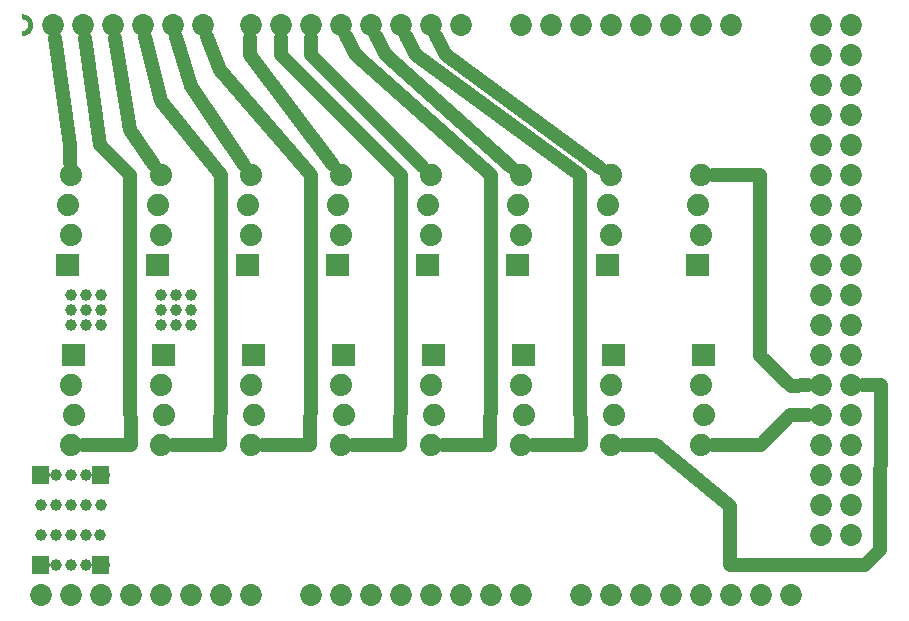
<source format=gbl>
G04 MADE WITH FRITZING*
G04 WWW.FRITZING.ORG*
G04 DOUBLE SIDED*
G04 HOLES PLATED*
G04 CONTOUR ON CENTER OF CONTOUR VECTOR*
%ASAXBY*%
%FSLAX23Y23*%
%MOIN*%
%OFA0B0*%
%SFA1.0B1.0*%
%ADD10C,0.039370*%
%ADD11C,0.072917*%
%ADD12C,0.074000*%
%ADD13C,0.059370*%
%ADD14C,0.048000*%
%ADD15R,0.001000X0.001000*%
%LNCOPPER0*%
G90*
G70*
G54D10*
X163Y1049D03*
X563Y1099D03*
X513Y1099D03*
X463Y1099D03*
X563Y1049D03*
X563Y999D03*
X513Y1049D03*
X513Y999D03*
X463Y1049D03*
X463Y999D03*
X213Y999D03*
X263Y1099D03*
X213Y1049D03*
X263Y999D03*
X213Y1099D03*
X163Y999D03*
X263Y1049D03*
X163Y1099D03*
G54D11*
X1963Y99D03*
X363Y99D03*
X2063Y99D03*
X2163Y99D03*
X2263Y99D03*
X2363Y99D03*
X2663Y1499D03*
X2463Y99D03*
X2563Y99D03*
X403Y1999D03*
X963Y99D03*
X1063Y99D03*
X1163Y99D03*
X1263Y99D03*
X2663Y699D03*
X1363Y99D03*
X1463Y99D03*
X1563Y99D03*
X1663Y99D03*
X1163Y1999D03*
X2663Y1899D03*
X2663Y1099D03*
X2663Y299D03*
X763Y99D03*
X763Y1999D03*
X2663Y1699D03*
X2663Y1299D03*
X2663Y899D03*
X2363Y1999D03*
X2663Y499D03*
X2263Y1999D03*
X2163Y1999D03*
X2063Y1999D03*
X1963Y1999D03*
X1863Y1999D03*
X1763Y1999D03*
X1663Y1999D03*
X203Y1999D03*
X603Y1999D03*
X163Y99D03*
X563Y99D03*
X1363Y1999D03*
X963Y1999D03*
X2663Y1999D03*
X2663Y1799D03*
X2663Y1599D03*
X2663Y1399D03*
X2663Y1199D03*
X2663Y999D03*
X2663Y799D03*
X2663Y599D03*
X2663Y399D03*
X103Y1999D03*
X303Y1999D03*
X503Y1999D03*
X63Y99D03*
X263Y99D03*
X463Y99D03*
X663Y99D03*
X1463Y1999D03*
X1263Y1999D03*
X1063Y1999D03*
X863Y1999D03*
X2763Y1999D03*
X2763Y1899D03*
X2763Y1799D03*
X2763Y1699D03*
X2763Y1599D03*
X2763Y1499D03*
X2763Y1399D03*
X2763Y1299D03*
X2763Y1199D03*
X2763Y1099D03*
X2763Y999D03*
X2763Y899D03*
X2763Y799D03*
X2763Y699D03*
X2763Y599D03*
X2763Y499D03*
X2763Y399D03*
X2763Y299D03*
X1863Y99D03*
G54D12*
X1953Y1199D03*
X1963Y1299D03*
X1953Y1399D03*
X1963Y1499D03*
X2253Y1199D03*
X2263Y1299D03*
X2253Y1399D03*
X2263Y1499D03*
X1373Y899D03*
X1363Y799D03*
X1373Y699D03*
X1363Y599D03*
X1973Y899D03*
X1963Y799D03*
X1973Y699D03*
X1963Y599D03*
X2273Y899D03*
X2263Y799D03*
X2273Y699D03*
X2263Y599D03*
X173Y899D03*
X163Y799D03*
X173Y699D03*
X163Y599D03*
X1673Y899D03*
X1663Y799D03*
X1673Y699D03*
X1663Y599D03*
X1073Y899D03*
X1063Y799D03*
X1073Y699D03*
X1063Y599D03*
X473Y899D03*
X463Y799D03*
X473Y699D03*
X463Y599D03*
X153Y1199D03*
X163Y1299D03*
X153Y1399D03*
X163Y1499D03*
X453Y1199D03*
X463Y1299D03*
X453Y1399D03*
X463Y1499D03*
X753Y1199D03*
X763Y1299D03*
X753Y1399D03*
X763Y1499D03*
X1053Y1199D03*
X1063Y1299D03*
X1053Y1399D03*
X1063Y1499D03*
X1353Y1199D03*
X1363Y1299D03*
X1353Y1399D03*
X1363Y1499D03*
X1653Y1199D03*
X1663Y1299D03*
X1653Y1399D03*
X1663Y1499D03*
X773Y899D03*
X763Y799D03*
X773Y699D03*
X763Y599D03*
G54D13*
X263Y499D03*
X263Y199D03*
X63Y499D03*
X63Y199D03*
G54D10*
X63Y399D03*
X113Y399D03*
X163Y399D03*
X263Y399D03*
X213Y499D03*
X163Y499D03*
X113Y499D03*
X213Y399D03*
X63Y299D03*
X262Y299D03*
X113Y199D03*
X113Y299D03*
X163Y199D03*
X163Y299D03*
X213Y199D03*
X213Y299D03*
X63Y399D03*
G54D14*
X2113Y599D02*
X2005Y599D01*
D02*
X2362Y200D02*
X2362Y397D01*
D02*
X2362Y397D02*
X2113Y599D01*
D02*
X2812Y199D02*
X2362Y200D01*
D02*
X2862Y249D02*
X2812Y199D01*
D02*
X2863Y799D02*
X2862Y249D01*
D02*
X2804Y799D02*
X2863Y799D01*
D02*
X1413Y1899D02*
X1928Y1524D01*
D02*
X1381Y1962D02*
X1413Y1899D01*
D02*
X2462Y1499D02*
X2305Y1499D01*
D02*
X2462Y898D02*
X2462Y1499D01*
D02*
X2563Y798D02*
X2462Y898D01*
D02*
X2621Y799D02*
X2563Y798D01*
D02*
X2561Y699D02*
X2621Y699D01*
D02*
X2305Y599D02*
X2463Y599D01*
D02*
X2463Y599D02*
X2561Y699D01*
D02*
X109Y1958D02*
X162Y1599D01*
D02*
X162Y1599D02*
X162Y1541D01*
D02*
X262Y1599D02*
X209Y1958D01*
D02*
X362Y798D02*
X362Y1499D01*
D02*
X362Y1499D02*
X262Y1599D01*
D02*
X364Y599D02*
X362Y798D01*
D02*
X205Y599D02*
X364Y599D01*
D02*
X362Y1649D02*
X309Y1958D01*
D02*
X439Y1534D02*
X362Y1649D01*
D02*
X464Y1748D02*
X412Y1959D01*
D02*
X663Y798D02*
X663Y1499D01*
D02*
X663Y1499D02*
X464Y1748D01*
D02*
X661Y599D02*
X663Y798D01*
D02*
X505Y599D02*
X661Y599D01*
D02*
X563Y1798D02*
X514Y1959D01*
D02*
X739Y1534D02*
X563Y1798D01*
D02*
X662Y1850D02*
X618Y1961D01*
D02*
X963Y1499D02*
X662Y1850D01*
D02*
X963Y798D02*
X963Y1499D01*
D02*
X961Y599D02*
X963Y798D01*
D02*
X805Y599D02*
X961Y599D01*
D02*
X762Y1900D02*
X762Y1958D01*
D02*
X1037Y1533D02*
X762Y1900D01*
D02*
X1564Y1499D02*
X1113Y1899D01*
D02*
X1113Y1899D02*
X1081Y1962D01*
D02*
X1561Y599D02*
X1564Y798D01*
D02*
X1405Y599D02*
X1561Y599D01*
D02*
X1861Y798D02*
X1861Y1499D01*
D02*
X1313Y1899D02*
X1281Y1962D01*
D02*
X1861Y1499D02*
X1313Y1899D01*
D02*
X1864Y599D02*
X1861Y798D01*
D02*
X1705Y599D02*
X1864Y599D01*
D02*
X1213Y1899D02*
X1631Y1527D01*
D02*
X1181Y1962D02*
X1213Y1899D01*
D02*
X864Y1899D02*
X1264Y1499D01*
D02*
X1264Y1499D02*
X1264Y798D01*
D02*
X1261Y599D02*
X1105Y599D01*
D02*
X1264Y798D02*
X1261Y599D01*
D02*
X863Y1958D02*
X864Y1899D01*
D02*
X964Y1899D02*
X963Y1958D01*
D02*
X1333Y1529D02*
X964Y1899D01*
G54D15*
X0Y2035D02*
X7Y2035D01*
X0Y2034D02*
X12Y2034D01*
X0Y2033D02*
X14Y2033D01*
X0Y2032D02*
X17Y2032D01*
X0Y2031D02*
X19Y2031D01*
X0Y2030D02*
X21Y2030D01*
X0Y2029D02*
X22Y2029D01*
X0Y2028D02*
X24Y2028D01*
X0Y2027D02*
X25Y2027D01*
X0Y2026D02*
X26Y2026D01*
X0Y2025D02*
X27Y2025D01*
X0Y2024D02*
X28Y2024D01*
X0Y2023D02*
X29Y2023D01*
X0Y2022D02*
X30Y2022D01*
X0Y2021D02*
X31Y2021D01*
X0Y2020D02*
X31Y2020D01*
X0Y2019D02*
X32Y2019D01*
X5Y2018D02*
X33Y2018D01*
X10Y2017D02*
X33Y2017D01*
X12Y2016D02*
X34Y2016D01*
X13Y2015D02*
X34Y2015D01*
X14Y2014D02*
X35Y2014D01*
X16Y2013D02*
X35Y2013D01*
X17Y2012D02*
X35Y2012D01*
X17Y2011D02*
X36Y2011D01*
X18Y2010D02*
X36Y2010D01*
X19Y2009D02*
X36Y2009D01*
X20Y2008D02*
X37Y2008D01*
X20Y2007D02*
X37Y2007D01*
X20Y2006D02*
X37Y2006D01*
X21Y2005D02*
X37Y2005D01*
X21Y2004D02*
X38Y2004D01*
X21Y2003D02*
X38Y2003D01*
X21Y2002D02*
X38Y2002D01*
X21Y2001D02*
X38Y2001D01*
X22Y2000D02*
X38Y2000D01*
X22Y1999D02*
X38Y1999D01*
X22Y1998D02*
X38Y1998D01*
X21Y1997D02*
X38Y1997D01*
X21Y1996D02*
X38Y1996D01*
X21Y1995D02*
X38Y1995D01*
X21Y1994D02*
X38Y1994D01*
X21Y1993D02*
X37Y1993D01*
X20Y1992D02*
X37Y1992D01*
X20Y1991D02*
X37Y1991D01*
X19Y1990D02*
X37Y1990D01*
X19Y1989D02*
X36Y1989D01*
X18Y1988D02*
X36Y1988D01*
X17Y1987D02*
X36Y1987D01*
X16Y1986D02*
X35Y1986D01*
X15Y1985D02*
X35Y1985D01*
X14Y1984D02*
X35Y1984D01*
X13Y1983D02*
X34Y1983D01*
X11Y1982D02*
X34Y1982D01*
X9Y1981D02*
X33Y1981D01*
X0Y1980D02*
X32Y1980D01*
X0Y1979D02*
X32Y1979D01*
X0Y1978D02*
X31Y1978D01*
X0Y1977D02*
X30Y1977D01*
X0Y1976D02*
X30Y1976D01*
X0Y1975D02*
X29Y1975D01*
X0Y1974D02*
X28Y1974D01*
X0Y1973D02*
X27Y1973D01*
X0Y1972D02*
X26Y1972D01*
X0Y1971D02*
X25Y1971D01*
X0Y1970D02*
X23Y1970D01*
X0Y1969D02*
X22Y1969D01*
X0Y1968D02*
X20Y1968D01*
X0Y1967D02*
X18Y1967D01*
X0Y1966D02*
X16Y1966D01*
X0Y1965D02*
X14Y1965D01*
X0Y1964D02*
X11Y1964D01*
X0Y1963D02*
X6Y1963D01*
X1561Y1523D02*
X1566Y1523D01*
X1557Y1522D02*
X1570Y1522D01*
X1554Y1521D02*
X1573Y1521D01*
X1552Y1520D02*
X1575Y1520D01*
X1550Y1519D02*
X1576Y1519D01*
X1549Y1518D02*
X1578Y1518D01*
X1548Y1517D02*
X1579Y1517D01*
X1547Y1516D02*
X1580Y1516D01*
X1546Y1515D02*
X1581Y1515D01*
X1545Y1514D02*
X1582Y1514D01*
X1544Y1513D02*
X1582Y1513D01*
X1544Y1512D02*
X1583Y1512D01*
X1543Y1511D02*
X1584Y1511D01*
X1543Y1510D02*
X1584Y1510D01*
X1542Y1509D02*
X1585Y1509D01*
X1542Y1508D02*
X1585Y1508D01*
X1541Y1507D02*
X1585Y1507D01*
X1541Y1506D02*
X1586Y1506D01*
X1541Y1505D02*
X1586Y1505D01*
X1540Y1504D02*
X1586Y1504D01*
X1540Y1503D02*
X1587Y1503D01*
X1540Y1502D02*
X1587Y1502D01*
X1540Y1501D02*
X1587Y1501D01*
X1540Y1500D02*
X1587Y1500D01*
X1540Y1499D02*
X1587Y1499D01*
X1540Y1498D02*
X1587Y1498D01*
X1540Y1497D02*
X1587Y1497D01*
X1540Y1496D02*
X1587Y1496D01*
X1540Y1495D02*
X1587Y1495D01*
X1540Y1494D02*
X1587Y1494D01*
X1540Y1493D02*
X1587Y1493D01*
X1540Y1492D02*
X1587Y1492D01*
X1540Y1491D02*
X1587Y1491D01*
X1540Y1490D02*
X1587Y1490D01*
X1540Y1489D02*
X1587Y1489D01*
X1540Y1488D02*
X1587Y1488D01*
X1540Y1487D02*
X1587Y1487D01*
X1540Y1486D02*
X1587Y1486D01*
X1540Y1485D02*
X1587Y1485D01*
X1540Y1484D02*
X1587Y1484D01*
X1540Y1483D02*
X1587Y1483D01*
X1540Y1482D02*
X1587Y1482D01*
X1540Y1481D02*
X1587Y1481D01*
X1540Y1480D02*
X1587Y1480D01*
X1540Y1479D02*
X1587Y1479D01*
X1540Y1478D02*
X1587Y1478D01*
X1540Y1477D02*
X1587Y1477D01*
X1540Y1476D02*
X1587Y1476D01*
X1540Y1475D02*
X1587Y1475D01*
X1540Y1474D02*
X1587Y1474D01*
X1540Y1473D02*
X1587Y1473D01*
X1540Y1472D02*
X1587Y1472D01*
X1540Y1471D02*
X1587Y1471D01*
X1540Y1470D02*
X1587Y1470D01*
X1540Y1469D02*
X1587Y1469D01*
X1540Y1468D02*
X1587Y1468D01*
X1540Y1467D02*
X1587Y1467D01*
X1540Y1466D02*
X1587Y1466D01*
X1540Y1465D02*
X1587Y1465D01*
X1540Y1464D02*
X1587Y1464D01*
X1540Y1463D02*
X1587Y1463D01*
X1540Y1462D02*
X1587Y1462D01*
X1540Y1461D02*
X1587Y1461D01*
X1540Y1460D02*
X1587Y1460D01*
X1540Y1459D02*
X1587Y1459D01*
X1540Y1458D02*
X1587Y1458D01*
X1540Y1457D02*
X1587Y1457D01*
X1540Y1456D02*
X1587Y1456D01*
X1540Y1455D02*
X1587Y1455D01*
X1540Y1454D02*
X1587Y1454D01*
X1540Y1453D02*
X1587Y1453D01*
X1540Y1452D02*
X1587Y1452D01*
X1540Y1451D02*
X1587Y1451D01*
X1540Y1450D02*
X1587Y1450D01*
X1540Y1449D02*
X1587Y1449D01*
X1540Y1448D02*
X1587Y1448D01*
X1540Y1447D02*
X1587Y1447D01*
X1540Y1446D02*
X1587Y1446D01*
X1540Y1445D02*
X1587Y1445D01*
X1540Y1444D02*
X1587Y1444D01*
X1540Y1443D02*
X1587Y1443D01*
X1540Y1442D02*
X1587Y1442D01*
X1540Y1441D02*
X1587Y1441D01*
X1540Y1440D02*
X1587Y1440D01*
X1540Y1439D02*
X1587Y1439D01*
X1540Y1438D02*
X1587Y1438D01*
X1540Y1437D02*
X1587Y1437D01*
X1540Y1436D02*
X1587Y1436D01*
X1540Y1435D02*
X1587Y1435D01*
X1540Y1434D02*
X1587Y1434D01*
X1540Y1433D02*
X1587Y1433D01*
X1540Y1432D02*
X1587Y1432D01*
X1540Y1431D02*
X1587Y1431D01*
X1540Y1430D02*
X1587Y1430D01*
X1540Y1429D02*
X1587Y1429D01*
X1540Y1428D02*
X1587Y1428D01*
X1540Y1427D02*
X1587Y1427D01*
X1540Y1426D02*
X1587Y1426D01*
X1540Y1425D02*
X1587Y1425D01*
X1540Y1424D02*
X1587Y1424D01*
X1540Y1423D02*
X1587Y1423D01*
X1540Y1422D02*
X1587Y1422D01*
X1540Y1421D02*
X1587Y1421D01*
X1540Y1420D02*
X1587Y1420D01*
X1540Y1419D02*
X1587Y1419D01*
X1540Y1418D02*
X1587Y1418D01*
X1540Y1417D02*
X1587Y1417D01*
X1540Y1416D02*
X1587Y1416D01*
X1540Y1415D02*
X1587Y1415D01*
X1540Y1414D02*
X1587Y1414D01*
X1540Y1413D02*
X1587Y1413D01*
X1540Y1412D02*
X1587Y1412D01*
X1540Y1411D02*
X1587Y1411D01*
X1540Y1410D02*
X1587Y1410D01*
X1540Y1409D02*
X1587Y1409D01*
X1540Y1408D02*
X1587Y1408D01*
X1540Y1407D02*
X1587Y1407D01*
X1540Y1406D02*
X1587Y1406D01*
X1540Y1405D02*
X1587Y1405D01*
X1540Y1404D02*
X1587Y1404D01*
X1540Y1403D02*
X1587Y1403D01*
X1540Y1402D02*
X1587Y1402D01*
X1540Y1401D02*
X1587Y1401D01*
X1540Y1400D02*
X1587Y1400D01*
X1540Y1399D02*
X1587Y1399D01*
X1540Y1398D02*
X1587Y1398D01*
X1540Y1397D02*
X1587Y1397D01*
X1540Y1396D02*
X1587Y1396D01*
X1540Y1395D02*
X1587Y1395D01*
X1540Y1394D02*
X1587Y1394D01*
X1540Y1393D02*
X1587Y1393D01*
X1540Y1392D02*
X1587Y1392D01*
X1540Y1391D02*
X1587Y1391D01*
X1540Y1390D02*
X1587Y1390D01*
X1540Y1389D02*
X1587Y1389D01*
X1540Y1388D02*
X1587Y1388D01*
X1540Y1387D02*
X1587Y1387D01*
X1540Y1386D02*
X1587Y1386D01*
X1540Y1385D02*
X1587Y1385D01*
X1540Y1384D02*
X1587Y1384D01*
X1540Y1383D02*
X1587Y1383D01*
X1540Y1382D02*
X1587Y1382D01*
X1540Y1381D02*
X1587Y1381D01*
X1540Y1380D02*
X1587Y1380D01*
X1540Y1379D02*
X1587Y1379D01*
X1540Y1378D02*
X1587Y1378D01*
X1540Y1377D02*
X1587Y1377D01*
X1540Y1376D02*
X1587Y1376D01*
X1540Y1375D02*
X1587Y1375D01*
X1540Y1374D02*
X1587Y1374D01*
X1540Y1373D02*
X1587Y1373D01*
X1540Y1372D02*
X1587Y1372D01*
X1540Y1371D02*
X1587Y1371D01*
X1540Y1370D02*
X1587Y1370D01*
X1540Y1369D02*
X1587Y1369D01*
X1540Y1368D02*
X1587Y1368D01*
X1540Y1367D02*
X1587Y1367D01*
X1540Y1366D02*
X1587Y1366D01*
X1540Y1365D02*
X1587Y1365D01*
X1540Y1364D02*
X1587Y1364D01*
X1540Y1363D02*
X1587Y1363D01*
X1540Y1362D02*
X1587Y1362D01*
X1540Y1361D02*
X1587Y1361D01*
X1540Y1360D02*
X1587Y1360D01*
X1540Y1359D02*
X1587Y1359D01*
X1540Y1358D02*
X1587Y1358D01*
X1540Y1357D02*
X1587Y1357D01*
X1540Y1356D02*
X1587Y1356D01*
X1540Y1355D02*
X1587Y1355D01*
X1540Y1354D02*
X1587Y1354D01*
X1540Y1353D02*
X1587Y1353D01*
X1540Y1352D02*
X1587Y1352D01*
X1540Y1351D02*
X1587Y1351D01*
X1540Y1350D02*
X1587Y1350D01*
X1540Y1349D02*
X1587Y1349D01*
X1540Y1348D02*
X1587Y1348D01*
X1540Y1347D02*
X1587Y1347D01*
X1540Y1346D02*
X1587Y1346D01*
X1540Y1345D02*
X1587Y1345D01*
X1540Y1344D02*
X1587Y1344D01*
X1540Y1343D02*
X1587Y1343D01*
X1540Y1342D02*
X1587Y1342D01*
X1540Y1341D02*
X1587Y1341D01*
X1540Y1340D02*
X1587Y1340D01*
X1540Y1339D02*
X1587Y1339D01*
X1540Y1338D02*
X1587Y1338D01*
X1540Y1337D02*
X1587Y1337D01*
X1540Y1336D02*
X1587Y1336D01*
X1540Y1335D02*
X1587Y1335D01*
X1540Y1334D02*
X1587Y1334D01*
X1540Y1333D02*
X1587Y1333D01*
X1540Y1332D02*
X1587Y1332D01*
X1540Y1331D02*
X1587Y1331D01*
X1540Y1330D02*
X1587Y1330D01*
X1540Y1329D02*
X1587Y1329D01*
X1540Y1328D02*
X1587Y1328D01*
X1540Y1327D02*
X1587Y1327D01*
X1540Y1326D02*
X1587Y1326D01*
X1540Y1325D02*
X1587Y1325D01*
X1540Y1324D02*
X1587Y1324D01*
X1540Y1323D02*
X1587Y1323D01*
X1540Y1322D02*
X1587Y1322D01*
X1540Y1321D02*
X1587Y1321D01*
X1540Y1320D02*
X1587Y1320D01*
X1540Y1319D02*
X1587Y1319D01*
X1540Y1318D02*
X1587Y1318D01*
X1540Y1317D02*
X1587Y1317D01*
X1540Y1316D02*
X1587Y1316D01*
X1540Y1315D02*
X1587Y1315D01*
X1540Y1314D02*
X1587Y1314D01*
X1540Y1313D02*
X1587Y1313D01*
X1540Y1312D02*
X1587Y1312D01*
X1540Y1311D02*
X1587Y1311D01*
X1540Y1310D02*
X1587Y1310D01*
X1540Y1309D02*
X1587Y1309D01*
X1540Y1308D02*
X1587Y1308D01*
X1540Y1307D02*
X1587Y1307D01*
X1540Y1306D02*
X1587Y1306D01*
X1540Y1305D02*
X1587Y1305D01*
X1540Y1304D02*
X1587Y1304D01*
X1540Y1303D02*
X1587Y1303D01*
X1540Y1302D02*
X1587Y1302D01*
X1540Y1301D02*
X1587Y1301D01*
X1540Y1300D02*
X1587Y1300D01*
X1540Y1299D02*
X1587Y1299D01*
X1540Y1298D02*
X1587Y1298D01*
X1540Y1297D02*
X1587Y1297D01*
X1540Y1296D02*
X1587Y1296D01*
X1540Y1295D02*
X1587Y1295D01*
X1540Y1294D02*
X1587Y1294D01*
X1540Y1293D02*
X1587Y1293D01*
X1540Y1292D02*
X1587Y1292D01*
X1540Y1291D02*
X1587Y1291D01*
X1540Y1290D02*
X1587Y1290D01*
X1540Y1289D02*
X1587Y1289D01*
X1540Y1288D02*
X1587Y1288D01*
X1540Y1287D02*
X1587Y1287D01*
X1540Y1286D02*
X1587Y1286D01*
X1540Y1285D02*
X1587Y1285D01*
X1540Y1284D02*
X1587Y1284D01*
X1540Y1283D02*
X1587Y1283D01*
X1540Y1282D02*
X1587Y1282D01*
X1540Y1281D02*
X1587Y1281D01*
X1540Y1280D02*
X1587Y1280D01*
X1540Y1279D02*
X1587Y1279D01*
X1540Y1278D02*
X1587Y1278D01*
X1540Y1277D02*
X1587Y1277D01*
X1540Y1276D02*
X1587Y1276D01*
X1540Y1275D02*
X1587Y1275D01*
X1540Y1274D02*
X1587Y1274D01*
X1540Y1273D02*
X1587Y1273D01*
X1540Y1272D02*
X1587Y1272D01*
X1540Y1271D02*
X1587Y1271D01*
X1540Y1270D02*
X1587Y1270D01*
X1540Y1269D02*
X1587Y1269D01*
X1540Y1268D02*
X1587Y1268D01*
X1540Y1267D02*
X1587Y1267D01*
X1540Y1266D02*
X1587Y1266D01*
X1540Y1265D02*
X1587Y1265D01*
X1540Y1264D02*
X1587Y1264D01*
X1540Y1263D02*
X1587Y1263D01*
X1540Y1262D02*
X1587Y1262D01*
X1540Y1261D02*
X1587Y1261D01*
X1540Y1260D02*
X1587Y1260D01*
X1540Y1259D02*
X1587Y1259D01*
X1540Y1258D02*
X1587Y1258D01*
X1540Y1257D02*
X1587Y1257D01*
X1540Y1256D02*
X1587Y1256D01*
X1540Y1255D02*
X1587Y1255D01*
X1540Y1254D02*
X1587Y1254D01*
X1540Y1253D02*
X1587Y1253D01*
X1540Y1252D02*
X1587Y1252D01*
X1540Y1251D02*
X1587Y1251D01*
X1540Y1250D02*
X1587Y1250D01*
X1540Y1249D02*
X1587Y1249D01*
X1540Y1248D02*
X1587Y1248D01*
X1540Y1247D02*
X1587Y1247D01*
X1540Y1246D02*
X1587Y1246D01*
X1540Y1245D02*
X1587Y1245D01*
X1540Y1244D02*
X1587Y1244D01*
X1540Y1243D02*
X1587Y1243D01*
X1540Y1242D02*
X1587Y1242D01*
X1540Y1241D02*
X1587Y1241D01*
X1540Y1240D02*
X1587Y1240D01*
X1540Y1239D02*
X1587Y1239D01*
X1540Y1238D02*
X1587Y1238D01*
X1540Y1237D02*
X1587Y1237D01*
X116Y1236D02*
X188Y1236D01*
X416Y1236D02*
X488Y1236D01*
X716Y1236D02*
X788Y1236D01*
X1016Y1236D02*
X1088Y1236D01*
X1316Y1236D02*
X1388Y1236D01*
X1540Y1236D02*
X1587Y1236D01*
X1616Y1236D02*
X1688Y1236D01*
X1916Y1236D02*
X1988Y1236D01*
X2216Y1236D02*
X2288Y1236D01*
X116Y1235D02*
X189Y1235D01*
X416Y1235D02*
X489Y1235D01*
X716Y1235D02*
X789Y1235D01*
X1016Y1235D02*
X1089Y1235D01*
X1316Y1235D02*
X1389Y1235D01*
X1540Y1235D02*
X1587Y1235D01*
X1616Y1235D02*
X1689Y1235D01*
X1916Y1235D02*
X1989Y1235D01*
X2215Y1235D02*
X2289Y1235D01*
X116Y1234D02*
X189Y1234D01*
X416Y1234D02*
X489Y1234D01*
X716Y1234D02*
X789Y1234D01*
X1016Y1234D02*
X1089Y1234D01*
X1316Y1234D02*
X1389Y1234D01*
X1540Y1234D02*
X1587Y1234D01*
X1616Y1234D02*
X1689Y1234D01*
X1916Y1234D02*
X1989Y1234D01*
X2215Y1234D02*
X2289Y1234D01*
X116Y1233D02*
X189Y1233D01*
X416Y1233D02*
X489Y1233D01*
X716Y1233D02*
X789Y1233D01*
X1016Y1233D02*
X1089Y1233D01*
X1316Y1233D02*
X1389Y1233D01*
X1540Y1233D02*
X1587Y1233D01*
X1616Y1233D02*
X1689Y1233D01*
X1916Y1233D02*
X1989Y1233D01*
X2215Y1233D02*
X2289Y1233D01*
X116Y1232D02*
X189Y1232D01*
X416Y1232D02*
X489Y1232D01*
X716Y1232D02*
X789Y1232D01*
X1016Y1232D02*
X1089Y1232D01*
X1316Y1232D02*
X1389Y1232D01*
X1540Y1232D02*
X1587Y1232D01*
X1616Y1232D02*
X1689Y1232D01*
X1916Y1232D02*
X1989Y1232D01*
X2215Y1232D02*
X2289Y1232D01*
X116Y1231D02*
X189Y1231D01*
X416Y1231D02*
X489Y1231D01*
X716Y1231D02*
X789Y1231D01*
X1016Y1231D02*
X1089Y1231D01*
X1316Y1231D02*
X1389Y1231D01*
X1540Y1231D02*
X1587Y1231D01*
X1616Y1231D02*
X1689Y1231D01*
X1916Y1231D02*
X1989Y1231D01*
X2215Y1231D02*
X2289Y1231D01*
X116Y1230D02*
X189Y1230D01*
X416Y1230D02*
X489Y1230D01*
X716Y1230D02*
X789Y1230D01*
X1016Y1230D02*
X1089Y1230D01*
X1316Y1230D02*
X1389Y1230D01*
X1540Y1230D02*
X1587Y1230D01*
X1616Y1230D02*
X1689Y1230D01*
X1916Y1230D02*
X1989Y1230D01*
X2215Y1230D02*
X2289Y1230D01*
X116Y1229D02*
X189Y1229D01*
X416Y1229D02*
X489Y1229D01*
X716Y1229D02*
X789Y1229D01*
X1016Y1229D02*
X1089Y1229D01*
X1316Y1229D02*
X1389Y1229D01*
X1540Y1229D02*
X1587Y1229D01*
X1616Y1229D02*
X1689Y1229D01*
X1916Y1229D02*
X1989Y1229D01*
X2215Y1229D02*
X2289Y1229D01*
X116Y1228D02*
X189Y1228D01*
X416Y1228D02*
X489Y1228D01*
X716Y1228D02*
X789Y1228D01*
X1016Y1228D02*
X1089Y1228D01*
X1316Y1228D02*
X1389Y1228D01*
X1540Y1228D02*
X1587Y1228D01*
X1616Y1228D02*
X1689Y1228D01*
X1916Y1228D02*
X1989Y1228D01*
X2215Y1228D02*
X2289Y1228D01*
X116Y1227D02*
X189Y1227D01*
X416Y1227D02*
X489Y1227D01*
X716Y1227D02*
X789Y1227D01*
X1016Y1227D02*
X1089Y1227D01*
X1316Y1227D02*
X1389Y1227D01*
X1540Y1227D02*
X1587Y1227D01*
X1616Y1227D02*
X1689Y1227D01*
X1916Y1227D02*
X1989Y1227D01*
X2215Y1227D02*
X2289Y1227D01*
X116Y1226D02*
X189Y1226D01*
X416Y1226D02*
X489Y1226D01*
X716Y1226D02*
X789Y1226D01*
X1016Y1226D02*
X1089Y1226D01*
X1316Y1226D02*
X1389Y1226D01*
X1540Y1226D02*
X1587Y1226D01*
X1616Y1226D02*
X1689Y1226D01*
X1916Y1226D02*
X1989Y1226D01*
X2215Y1226D02*
X2289Y1226D01*
X116Y1225D02*
X189Y1225D01*
X416Y1225D02*
X489Y1225D01*
X716Y1225D02*
X789Y1225D01*
X1016Y1225D02*
X1089Y1225D01*
X1316Y1225D02*
X1389Y1225D01*
X1540Y1225D02*
X1587Y1225D01*
X1616Y1225D02*
X1689Y1225D01*
X1916Y1225D02*
X1989Y1225D01*
X2215Y1225D02*
X2289Y1225D01*
X116Y1224D02*
X189Y1224D01*
X416Y1224D02*
X489Y1224D01*
X716Y1224D02*
X789Y1224D01*
X1016Y1224D02*
X1089Y1224D01*
X1316Y1224D02*
X1389Y1224D01*
X1540Y1224D02*
X1587Y1224D01*
X1616Y1224D02*
X1689Y1224D01*
X1916Y1224D02*
X1989Y1224D01*
X2215Y1224D02*
X2289Y1224D01*
X116Y1223D02*
X189Y1223D01*
X416Y1223D02*
X489Y1223D01*
X716Y1223D02*
X789Y1223D01*
X1016Y1223D02*
X1089Y1223D01*
X1316Y1223D02*
X1389Y1223D01*
X1540Y1223D02*
X1587Y1223D01*
X1616Y1223D02*
X1689Y1223D01*
X1916Y1223D02*
X1989Y1223D01*
X2215Y1223D02*
X2289Y1223D01*
X116Y1222D02*
X189Y1222D01*
X416Y1222D02*
X489Y1222D01*
X716Y1222D02*
X789Y1222D01*
X1016Y1222D02*
X1089Y1222D01*
X1316Y1222D02*
X1389Y1222D01*
X1540Y1222D02*
X1587Y1222D01*
X1616Y1222D02*
X1689Y1222D01*
X1916Y1222D02*
X1989Y1222D01*
X2215Y1222D02*
X2289Y1222D01*
X116Y1221D02*
X189Y1221D01*
X416Y1221D02*
X489Y1221D01*
X716Y1221D02*
X789Y1221D01*
X1016Y1221D02*
X1089Y1221D01*
X1316Y1221D02*
X1389Y1221D01*
X1540Y1221D02*
X1587Y1221D01*
X1616Y1221D02*
X1689Y1221D01*
X1916Y1221D02*
X1989Y1221D01*
X2215Y1221D02*
X2289Y1221D01*
X116Y1220D02*
X189Y1220D01*
X416Y1220D02*
X489Y1220D01*
X716Y1220D02*
X789Y1220D01*
X1016Y1220D02*
X1089Y1220D01*
X1316Y1220D02*
X1389Y1220D01*
X1540Y1220D02*
X1587Y1220D01*
X1616Y1220D02*
X1689Y1220D01*
X1916Y1220D02*
X1989Y1220D01*
X2215Y1220D02*
X2289Y1220D01*
X116Y1219D02*
X149Y1219D01*
X155Y1219D02*
X189Y1219D01*
X416Y1219D02*
X449Y1219D01*
X455Y1219D02*
X489Y1219D01*
X716Y1219D02*
X749Y1219D01*
X755Y1219D02*
X789Y1219D01*
X1016Y1219D02*
X1049Y1219D01*
X1055Y1219D02*
X1089Y1219D01*
X1316Y1219D02*
X1349Y1219D01*
X1355Y1219D02*
X1389Y1219D01*
X1540Y1219D02*
X1587Y1219D01*
X1616Y1219D02*
X1649Y1219D01*
X1655Y1219D02*
X1689Y1219D01*
X1916Y1219D02*
X1949Y1219D01*
X1955Y1219D02*
X1989Y1219D01*
X2215Y1219D02*
X2249Y1219D01*
X2255Y1219D02*
X2289Y1219D01*
X116Y1218D02*
X145Y1218D01*
X159Y1218D02*
X189Y1218D01*
X416Y1218D02*
X445Y1218D01*
X459Y1218D02*
X489Y1218D01*
X716Y1218D02*
X745Y1218D01*
X759Y1218D02*
X789Y1218D01*
X1016Y1218D02*
X1045Y1218D01*
X1059Y1218D02*
X1089Y1218D01*
X1316Y1218D02*
X1345Y1218D01*
X1359Y1218D02*
X1389Y1218D01*
X1540Y1218D02*
X1587Y1218D01*
X1616Y1218D02*
X1645Y1218D01*
X1659Y1218D02*
X1689Y1218D01*
X1916Y1218D02*
X1945Y1218D01*
X1959Y1218D02*
X1989Y1218D01*
X2215Y1218D02*
X2245Y1218D01*
X2259Y1218D02*
X2289Y1218D01*
X116Y1217D02*
X143Y1217D01*
X162Y1217D02*
X189Y1217D01*
X416Y1217D02*
X443Y1217D01*
X462Y1217D02*
X489Y1217D01*
X716Y1217D02*
X743Y1217D01*
X762Y1217D02*
X789Y1217D01*
X1016Y1217D02*
X1043Y1217D01*
X1062Y1217D02*
X1089Y1217D01*
X1316Y1217D02*
X1343Y1217D01*
X1362Y1217D02*
X1389Y1217D01*
X1540Y1217D02*
X1587Y1217D01*
X1616Y1217D02*
X1643Y1217D01*
X1662Y1217D02*
X1689Y1217D01*
X1916Y1217D02*
X1943Y1217D01*
X1961Y1217D02*
X1989Y1217D01*
X2215Y1217D02*
X2243Y1217D01*
X2261Y1217D02*
X2289Y1217D01*
X116Y1216D02*
X141Y1216D01*
X163Y1216D02*
X189Y1216D01*
X416Y1216D02*
X441Y1216D01*
X463Y1216D02*
X489Y1216D01*
X716Y1216D02*
X741Y1216D01*
X763Y1216D02*
X789Y1216D01*
X1016Y1216D02*
X1041Y1216D01*
X1063Y1216D02*
X1089Y1216D01*
X1316Y1216D02*
X1341Y1216D01*
X1363Y1216D02*
X1389Y1216D01*
X1540Y1216D02*
X1587Y1216D01*
X1616Y1216D02*
X1641Y1216D01*
X1663Y1216D02*
X1689Y1216D01*
X1916Y1216D02*
X1941Y1216D01*
X1963Y1216D02*
X1989Y1216D01*
X2215Y1216D02*
X2241Y1216D01*
X2263Y1216D02*
X2289Y1216D01*
X116Y1215D02*
X139Y1215D01*
X165Y1215D02*
X189Y1215D01*
X416Y1215D02*
X439Y1215D01*
X465Y1215D02*
X489Y1215D01*
X716Y1215D02*
X739Y1215D01*
X765Y1215D02*
X789Y1215D01*
X1016Y1215D02*
X1039Y1215D01*
X1065Y1215D02*
X1089Y1215D01*
X1316Y1215D02*
X1339Y1215D01*
X1365Y1215D02*
X1389Y1215D01*
X1540Y1215D02*
X1587Y1215D01*
X1616Y1215D02*
X1639Y1215D01*
X1665Y1215D02*
X1689Y1215D01*
X1916Y1215D02*
X1939Y1215D01*
X1965Y1215D02*
X1989Y1215D01*
X2215Y1215D02*
X2239Y1215D01*
X2265Y1215D02*
X2289Y1215D01*
X116Y1214D02*
X138Y1214D01*
X166Y1214D02*
X189Y1214D01*
X416Y1214D02*
X438Y1214D01*
X466Y1214D02*
X489Y1214D01*
X716Y1214D02*
X738Y1214D01*
X766Y1214D02*
X789Y1214D01*
X1016Y1214D02*
X1038Y1214D01*
X1066Y1214D02*
X1089Y1214D01*
X1316Y1214D02*
X1338Y1214D01*
X1366Y1214D02*
X1389Y1214D01*
X1540Y1214D02*
X1587Y1214D01*
X1616Y1214D02*
X1638Y1214D01*
X1666Y1214D02*
X1689Y1214D01*
X1916Y1214D02*
X1938Y1214D01*
X1966Y1214D02*
X1989Y1214D01*
X2215Y1214D02*
X2238Y1214D01*
X2266Y1214D02*
X2289Y1214D01*
X116Y1213D02*
X137Y1213D01*
X167Y1213D02*
X189Y1213D01*
X416Y1213D02*
X437Y1213D01*
X467Y1213D02*
X489Y1213D01*
X716Y1213D02*
X737Y1213D01*
X767Y1213D02*
X789Y1213D01*
X1016Y1213D02*
X1037Y1213D01*
X1067Y1213D02*
X1089Y1213D01*
X1316Y1213D02*
X1337Y1213D01*
X1367Y1213D02*
X1389Y1213D01*
X1540Y1213D02*
X1587Y1213D01*
X1616Y1213D02*
X1637Y1213D01*
X1667Y1213D02*
X1689Y1213D01*
X1916Y1213D02*
X1937Y1213D01*
X1967Y1213D02*
X1989Y1213D01*
X2215Y1213D02*
X2237Y1213D01*
X2267Y1213D02*
X2289Y1213D01*
X116Y1212D02*
X136Y1212D01*
X168Y1212D02*
X189Y1212D01*
X416Y1212D02*
X436Y1212D01*
X468Y1212D02*
X489Y1212D01*
X716Y1212D02*
X736Y1212D01*
X768Y1212D02*
X789Y1212D01*
X1016Y1212D02*
X1036Y1212D01*
X1068Y1212D02*
X1089Y1212D01*
X1316Y1212D02*
X1336Y1212D01*
X1368Y1212D02*
X1389Y1212D01*
X1540Y1212D02*
X1587Y1212D01*
X1616Y1212D02*
X1636Y1212D01*
X1668Y1212D02*
X1689Y1212D01*
X1916Y1212D02*
X1936Y1212D01*
X1968Y1212D02*
X1989Y1212D01*
X2215Y1212D02*
X2236Y1212D01*
X2268Y1212D02*
X2289Y1212D01*
X116Y1211D02*
X135Y1211D01*
X169Y1211D02*
X189Y1211D01*
X416Y1211D02*
X435Y1211D01*
X469Y1211D02*
X489Y1211D01*
X716Y1211D02*
X735Y1211D01*
X769Y1211D02*
X789Y1211D01*
X1016Y1211D02*
X1035Y1211D01*
X1069Y1211D02*
X1089Y1211D01*
X1316Y1211D02*
X1335Y1211D01*
X1369Y1211D02*
X1389Y1211D01*
X1540Y1211D02*
X1587Y1211D01*
X1616Y1211D02*
X1635Y1211D01*
X1669Y1211D02*
X1689Y1211D01*
X1916Y1211D02*
X1935Y1211D01*
X1969Y1211D02*
X1989Y1211D01*
X2215Y1211D02*
X2235Y1211D01*
X2269Y1211D02*
X2289Y1211D01*
X116Y1210D02*
X135Y1210D01*
X169Y1210D02*
X189Y1210D01*
X416Y1210D02*
X435Y1210D01*
X469Y1210D02*
X489Y1210D01*
X716Y1210D02*
X735Y1210D01*
X769Y1210D02*
X789Y1210D01*
X1016Y1210D02*
X1035Y1210D01*
X1069Y1210D02*
X1089Y1210D01*
X1316Y1210D02*
X1335Y1210D01*
X1369Y1210D02*
X1389Y1210D01*
X1540Y1210D02*
X1587Y1210D01*
X1616Y1210D02*
X1635Y1210D01*
X1669Y1210D02*
X1689Y1210D01*
X1916Y1210D02*
X1935Y1210D01*
X1969Y1210D02*
X1989Y1210D01*
X2215Y1210D02*
X2235Y1210D01*
X2269Y1210D02*
X2289Y1210D01*
X116Y1209D02*
X134Y1209D01*
X170Y1209D02*
X189Y1209D01*
X416Y1209D02*
X434Y1209D01*
X470Y1209D02*
X489Y1209D01*
X716Y1209D02*
X734Y1209D01*
X770Y1209D02*
X789Y1209D01*
X1016Y1209D02*
X1034Y1209D01*
X1070Y1209D02*
X1089Y1209D01*
X1316Y1209D02*
X1334Y1209D01*
X1370Y1209D02*
X1389Y1209D01*
X1540Y1209D02*
X1587Y1209D01*
X1616Y1209D02*
X1634Y1209D01*
X1670Y1209D02*
X1689Y1209D01*
X1916Y1209D02*
X1934Y1209D01*
X1970Y1209D02*
X1989Y1209D01*
X2215Y1209D02*
X2234Y1209D01*
X2270Y1209D02*
X2289Y1209D01*
X116Y1208D02*
X134Y1208D01*
X170Y1208D02*
X189Y1208D01*
X416Y1208D02*
X434Y1208D01*
X470Y1208D02*
X489Y1208D01*
X716Y1208D02*
X734Y1208D01*
X770Y1208D02*
X789Y1208D01*
X1016Y1208D02*
X1034Y1208D01*
X1070Y1208D02*
X1089Y1208D01*
X1316Y1208D02*
X1334Y1208D01*
X1370Y1208D02*
X1389Y1208D01*
X1540Y1208D02*
X1587Y1208D01*
X1616Y1208D02*
X1634Y1208D01*
X1670Y1208D02*
X1689Y1208D01*
X1916Y1208D02*
X1934Y1208D01*
X1970Y1208D02*
X1989Y1208D01*
X2215Y1208D02*
X2234Y1208D01*
X2270Y1208D02*
X2289Y1208D01*
X116Y1207D02*
X133Y1207D01*
X171Y1207D02*
X189Y1207D01*
X416Y1207D02*
X433Y1207D01*
X471Y1207D02*
X489Y1207D01*
X716Y1207D02*
X733Y1207D01*
X771Y1207D02*
X789Y1207D01*
X1016Y1207D02*
X1033Y1207D01*
X1071Y1207D02*
X1089Y1207D01*
X1316Y1207D02*
X1333Y1207D01*
X1371Y1207D02*
X1389Y1207D01*
X1540Y1207D02*
X1587Y1207D01*
X1616Y1207D02*
X1633Y1207D01*
X1671Y1207D02*
X1689Y1207D01*
X1916Y1207D02*
X1933Y1207D01*
X1971Y1207D02*
X1989Y1207D01*
X2215Y1207D02*
X2233Y1207D01*
X2271Y1207D02*
X2289Y1207D01*
X116Y1206D02*
X133Y1206D01*
X171Y1206D02*
X189Y1206D01*
X416Y1206D02*
X433Y1206D01*
X471Y1206D02*
X489Y1206D01*
X716Y1206D02*
X733Y1206D01*
X771Y1206D02*
X789Y1206D01*
X1016Y1206D02*
X1033Y1206D01*
X1071Y1206D02*
X1089Y1206D01*
X1316Y1206D02*
X1333Y1206D01*
X1371Y1206D02*
X1389Y1206D01*
X1540Y1206D02*
X1587Y1206D01*
X1616Y1206D02*
X1633Y1206D01*
X1671Y1206D02*
X1689Y1206D01*
X1916Y1206D02*
X1933Y1206D01*
X1971Y1206D02*
X1989Y1206D01*
X2215Y1206D02*
X2233Y1206D01*
X2271Y1206D02*
X2289Y1206D01*
X116Y1205D02*
X132Y1205D01*
X172Y1205D02*
X189Y1205D01*
X416Y1205D02*
X432Y1205D01*
X472Y1205D02*
X489Y1205D01*
X716Y1205D02*
X732Y1205D01*
X772Y1205D02*
X789Y1205D01*
X1016Y1205D02*
X1032Y1205D01*
X1072Y1205D02*
X1089Y1205D01*
X1316Y1205D02*
X1332Y1205D01*
X1372Y1205D02*
X1389Y1205D01*
X1540Y1205D02*
X1587Y1205D01*
X1616Y1205D02*
X1632Y1205D01*
X1672Y1205D02*
X1689Y1205D01*
X1916Y1205D02*
X1932Y1205D01*
X1972Y1205D02*
X1989Y1205D01*
X2215Y1205D02*
X2232Y1205D01*
X2272Y1205D02*
X2289Y1205D01*
X116Y1204D02*
X132Y1204D01*
X172Y1204D02*
X189Y1204D01*
X416Y1204D02*
X432Y1204D01*
X472Y1204D02*
X489Y1204D01*
X716Y1204D02*
X732Y1204D01*
X772Y1204D02*
X789Y1204D01*
X1016Y1204D02*
X1032Y1204D01*
X1072Y1204D02*
X1089Y1204D01*
X1316Y1204D02*
X1332Y1204D01*
X1372Y1204D02*
X1389Y1204D01*
X1540Y1204D02*
X1587Y1204D01*
X1616Y1204D02*
X1632Y1204D01*
X1672Y1204D02*
X1689Y1204D01*
X1916Y1204D02*
X1932Y1204D01*
X1972Y1204D02*
X1989Y1204D01*
X2215Y1204D02*
X2232Y1204D01*
X2272Y1204D02*
X2289Y1204D01*
X116Y1203D02*
X132Y1203D01*
X172Y1203D02*
X189Y1203D01*
X416Y1203D02*
X432Y1203D01*
X472Y1203D02*
X489Y1203D01*
X716Y1203D02*
X732Y1203D01*
X772Y1203D02*
X789Y1203D01*
X1016Y1203D02*
X1032Y1203D01*
X1072Y1203D02*
X1089Y1203D01*
X1316Y1203D02*
X1332Y1203D01*
X1372Y1203D02*
X1389Y1203D01*
X1540Y1203D02*
X1587Y1203D01*
X1616Y1203D02*
X1632Y1203D01*
X1672Y1203D02*
X1689Y1203D01*
X1916Y1203D02*
X1932Y1203D01*
X1972Y1203D02*
X1989Y1203D01*
X2215Y1203D02*
X2232Y1203D01*
X2272Y1203D02*
X2289Y1203D01*
X116Y1202D02*
X132Y1202D01*
X172Y1202D02*
X189Y1202D01*
X416Y1202D02*
X432Y1202D01*
X472Y1202D02*
X489Y1202D01*
X716Y1202D02*
X732Y1202D01*
X772Y1202D02*
X789Y1202D01*
X1016Y1202D02*
X1032Y1202D01*
X1072Y1202D02*
X1089Y1202D01*
X1316Y1202D02*
X1332Y1202D01*
X1372Y1202D02*
X1389Y1202D01*
X1540Y1202D02*
X1587Y1202D01*
X1616Y1202D02*
X1632Y1202D01*
X1672Y1202D02*
X1689Y1202D01*
X1916Y1202D02*
X1932Y1202D01*
X1972Y1202D02*
X1989Y1202D01*
X2215Y1202D02*
X2232Y1202D01*
X2272Y1202D02*
X2289Y1202D01*
X116Y1201D02*
X132Y1201D01*
X172Y1201D02*
X189Y1201D01*
X416Y1201D02*
X432Y1201D01*
X472Y1201D02*
X489Y1201D01*
X716Y1201D02*
X732Y1201D01*
X772Y1201D02*
X789Y1201D01*
X1016Y1201D02*
X1032Y1201D01*
X1072Y1201D02*
X1089Y1201D01*
X1316Y1201D02*
X1332Y1201D01*
X1372Y1201D02*
X1389Y1201D01*
X1540Y1201D02*
X1587Y1201D01*
X1616Y1201D02*
X1632Y1201D01*
X1672Y1201D02*
X1689Y1201D01*
X1916Y1201D02*
X1932Y1201D01*
X1972Y1201D02*
X1989Y1201D01*
X2215Y1201D02*
X2232Y1201D01*
X2272Y1201D02*
X2289Y1201D01*
X116Y1200D02*
X132Y1200D01*
X172Y1200D02*
X189Y1200D01*
X416Y1200D02*
X432Y1200D01*
X472Y1200D02*
X489Y1200D01*
X716Y1200D02*
X732Y1200D01*
X772Y1200D02*
X789Y1200D01*
X1016Y1200D02*
X1032Y1200D01*
X1072Y1200D02*
X1089Y1200D01*
X1316Y1200D02*
X1332Y1200D01*
X1372Y1200D02*
X1389Y1200D01*
X1540Y1200D02*
X1587Y1200D01*
X1616Y1200D02*
X1632Y1200D01*
X1672Y1200D02*
X1689Y1200D01*
X1916Y1200D02*
X1932Y1200D01*
X1972Y1200D02*
X1989Y1200D01*
X2215Y1200D02*
X2232Y1200D01*
X2272Y1200D02*
X2289Y1200D01*
X116Y1199D02*
X132Y1199D01*
X173Y1199D02*
X189Y1199D01*
X416Y1199D02*
X432Y1199D01*
X473Y1199D02*
X489Y1199D01*
X716Y1199D02*
X732Y1199D01*
X772Y1199D02*
X789Y1199D01*
X1016Y1199D02*
X1032Y1199D01*
X1072Y1199D02*
X1089Y1199D01*
X1316Y1199D02*
X1332Y1199D01*
X1372Y1199D02*
X1389Y1199D01*
X1540Y1199D02*
X1587Y1199D01*
X1616Y1199D02*
X1632Y1199D01*
X1672Y1199D02*
X1689Y1199D01*
X1916Y1199D02*
X1932Y1199D01*
X1972Y1199D02*
X1989Y1199D01*
X2215Y1199D02*
X2232Y1199D01*
X2272Y1199D02*
X2289Y1199D01*
X116Y1198D02*
X132Y1198D01*
X172Y1198D02*
X189Y1198D01*
X416Y1198D02*
X432Y1198D01*
X472Y1198D02*
X489Y1198D01*
X716Y1198D02*
X732Y1198D01*
X772Y1198D02*
X789Y1198D01*
X1016Y1198D02*
X1032Y1198D01*
X1072Y1198D02*
X1089Y1198D01*
X1316Y1198D02*
X1332Y1198D01*
X1372Y1198D02*
X1389Y1198D01*
X1540Y1198D02*
X1587Y1198D01*
X1616Y1198D02*
X1632Y1198D01*
X1672Y1198D02*
X1689Y1198D01*
X1916Y1198D02*
X1932Y1198D01*
X1972Y1198D02*
X1989Y1198D01*
X2215Y1198D02*
X2232Y1198D01*
X2272Y1198D02*
X2289Y1198D01*
X116Y1197D02*
X132Y1197D01*
X172Y1197D02*
X189Y1197D01*
X416Y1197D02*
X432Y1197D01*
X472Y1197D02*
X489Y1197D01*
X716Y1197D02*
X732Y1197D01*
X772Y1197D02*
X789Y1197D01*
X1016Y1197D02*
X1032Y1197D01*
X1072Y1197D02*
X1089Y1197D01*
X1316Y1197D02*
X1332Y1197D01*
X1372Y1197D02*
X1389Y1197D01*
X1540Y1197D02*
X1587Y1197D01*
X1616Y1197D02*
X1632Y1197D01*
X1672Y1197D02*
X1689Y1197D01*
X1916Y1197D02*
X1932Y1197D01*
X1972Y1197D02*
X1989Y1197D01*
X2215Y1197D02*
X2232Y1197D01*
X2272Y1197D02*
X2289Y1197D01*
X116Y1196D02*
X132Y1196D01*
X172Y1196D02*
X189Y1196D01*
X416Y1196D02*
X432Y1196D01*
X472Y1196D02*
X489Y1196D01*
X716Y1196D02*
X732Y1196D01*
X772Y1196D02*
X789Y1196D01*
X1016Y1196D02*
X1032Y1196D01*
X1072Y1196D02*
X1089Y1196D01*
X1316Y1196D02*
X1332Y1196D01*
X1372Y1196D02*
X1389Y1196D01*
X1540Y1196D02*
X1587Y1196D01*
X1616Y1196D02*
X1632Y1196D01*
X1672Y1196D02*
X1689Y1196D01*
X1916Y1196D02*
X1932Y1196D01*
X1972Y1196D02*
X1989Y1196D01*
X2215Y1196D02*
X2232Y1196D01*
X2272Y1196D02*
X2289Y1196D01*
X116Y1195D02*
X132Y1195D01*
X172Y1195D02*
X189Y1195D01*
X416Y1195D02*
X432Y1195D01*
X472Y1195D02*
X489Y1195D01*
X716Y1195D02*
X732Y1195D01*
X772Y1195D02*
X789Y1195D01*
X1016Y1195D02*
X1032Y1195D01*
X1072Y1195D02*
X1089Y1195D01*
X1316Y1195D02*
X1332Y1195D01*
X1372Y1195D02*
X1389Y1195D01*
X1540Y1195D02*
X1587Y1195D01*
X1616Y1195D02*
X1632Y1195D01*
X1672Y1195D02*
X1689Y1195D01*
X1916Y1195D02*
X1932Y1195D01*
X1972Y1195D02*
X1989Y1195D01*
X2215Y1195D02*
X2232Y1195D01*
X2272Y1195D02*
X2289Y1195D01*
X116Y1194D02*
X132Y1194D01*
X172Y1194D02*
X189Y1194D01*
X416Y1194D02*
X432Y1194D01*
X472Y1194D02*
X489Y1194D01*
X716Y1194D02*
X732Y1194D01*
X772Y1194D02*
X789Y1194D01*
X1016Y1194D02*
X1032Y1194D01*
X1072Y1194D02*
X1089Y1194D01*
X1316Y1194D02*
X1332Y1194D01*
X1372Y1194D02*
X1389Y1194D01*
X1540Y1194D02*
X1587Y1194D01*
X1616Y1194D02*
X1632Y1194D01*
X1672Y1194D02*
X1689Y1194D01*
X1916Y1194D02*
X1932Y1194D01*
X1972Y1194D02*
X1989Y1194D01*
X2215Y1194D02*
X2232Y1194D01*
X2272Y1194D02*
X2289Y1194D01*
X116Y1193D02*
X133Y1193D01*
X171Y1193D02*
X189Y1193D01*
X416Y1193D02*
X433Y1193D01*
X471Y1193D02*
X489Y1193D01*
X716Y1193D02*
X733Y1193D01*
X771Y1193D02*
X789Y1193D01*
X1016Y1193D02*
X1033Y1193D01*
X1071Y1193D02*
X1089Y1193D01*
X1316Y1193D02*
X1333Y1193D01*
X1371Y1193D02*
X1389Y1193D01*
X1540Y1193D02*
X1587Y1193D01*
X1616Y1193D02*
X1633Y1193D01*
X1671Y1193D02*
X1689Y1193D01*
X1916Y1193D02*
X1933Y1193D01*
X1971Y1193D02*
X1989Y1193D01*
X2215Y1193D02*
X2233Y1193D01*
X2271Y1193D02*
X2289Y1193D01*
X116Y1192D02*
X133Y1192D01*
X171Y1192D02*
X189Y1192D01*
X416Y1192D02*
X433Y1192D01*
X471Y1192D02*
X489Y1192D01*
X716Y1192D02*
X733Y1192D01*
X771Y1192D02*
X789Y1192D01*
X1016Y1192D02*
X1033Y1192D01*
X1071Y1192D02*
X1089Y1192D01*
X1316Y1192D02*
X1333Y1192D01*
X1371Y1192D02*
X1389Y1192D01*
X1540Y1192D02*
X1587Y1192D01*
X1616Y1192D02*
X1633Y1192D01*
X1671Y1192D02*
X1689Y1192D01*
X1916Y1192D02*
X1933Y1192D01*
X1971Y1192D02*
X1989Y1192D01*
X2215Y1192D02*
X2233Y1192D01*
X2271Y1192D02*
X2289Y1192D01*
X116Y1191D02*
X133Y1191D01*
X171Y1191D02*
X189Y1191D01*
X416Y1191D02*
X433Y1191D01*
X471Y1191D02*
X489Y1191D01*
X716Y1191D02*
X733Y1191D01*
X771Y1191D02*
X789Y1191D01*
X1016Y1191D02*
X1033Y1191D01*
X1071Y1191D02*
X1089Y1191D01*
X1316Y1191D02*
X1333Y1191D01*
X1371Y1191D02*
X1389Y1191D01*
X1540Y1191D02*
X1587Y1191D01*
X1616Y1191D02*
X1633Y1191D01*
X1671Y1191D02*
X1689Y1191D01*
X1916Y1191D02*
X1933Y1191D01*
X1971Y1191D02*
X1989Y1191D01*
X2215Y1191D02*
X2233Y1191D01*
X2271Y1191D02*
X2289Y1191D01*
X116Y1190D02*
X134Y1190D01*
X170Y1190D02*
X189Y1190D01*
X416Y1190D02*
X434Y1190D01*
X470Y1190D02*
X489Y1190D01*
X716Y1190D02*
X734Y1190D01*
X770Y1190D02*
X789Y1190D01*
X1016Y1190D02*
X1034Y1190D01*
X1070Y1190D02*
X1089Y1190D01*
X1316Y1190D02*
X1334Y1190D01*
X1370Y1190D02*
X1389Y1190D01*
X1540Y1190D02*
X1587Y1190D01*
X1616Y1190D02*
X1634Y1190D01*
X1670Y1190D02*
X1689Y1190D01*
X1916Y1190D02*
X1934Y1190D01*
X1970Y1190D02*
X1989Y1190D01*
X2215Y1190D02*
X2234Y1190D01*
X2270Y1190D02*
X2289Y1190D01*
X116Y1189D02*
X134Y1189D01*
X170Y1189D02*
X189Y1189D01*
X416Y1189D02*
X434Y1189D01*
X470Y1189D02*
X489Y1189D01*
X716Y1189D02*
X734Y1189D01*
X770Y1189D02*
X789Y1189D01*
X1016Y1189D02*
X1034Y1189D01*
X1070Y1189D02*
X1089Y1189D01*
X1316Y1189D02*
X1334Y1189D01*
X1370Y1189D02*
X1389Y1189D01*
X1540Y1189D02*
X1587Y1189D01*
X1616Y1189D02*
X1634Y1189D01*
X1670Y1189D02*
X1689Y1189D01*
X1916Y1189D02*
X1934Y1189D01*
X1970Y1189D02*
X1989Y1189D01*
X2215Y1189D02*
X2234Y1189D01*
X2270Y1189D02*
X2289Y1189D01*
X116Y1188D02*
X135Y1188D01*
X169Y1188D02*
X189Y1188D01*
X416Y1188D02*
X435Y1188D01*
X469Y1188D02*
X489Y1188D01*
X716Y1188D02*
X735Y1188D01*
X769Y1188D02*
X789Y1188D01*
X1016Y1188D02*
X1035Y1188D01*
X1069Y1188D02*
X1089Y1188D01*
X1316Y1188D02*
X1335Y1188D01*
X1369Y1188D02*
X1389Y1188D01*
X1540Y1188D02*
X1587Y1188D01*
X1616Y1188D02*
X1635Y1188D01*
X1669Y1188D02*
X1689Y1188D01*
X1916Y1188D02*
X1935Y1188D01*
X1969Y1188D02*
X1989Y1188D01*
X2215Y1188D02*
X2235Y1188D01*
X2269Y1188D02*
X2289Y1188D01*
X116Y1187D02*
X136Y1187D01*
X168Y1187D02*
X189Y1187D01*
X416Y1187D02*
X436Y1187D01*
X468Y1187D02*
X489Y1187D01*
X716Y1187D02*
X736Y1187D01*
X768Y1187D02*
X789Y1187D01*
X1016Y1187D02*
X1036Y1187D01*
X1068Y1187D02*
X1089Y1187D01*
X1316Y1187D02*
X1336Y1187D01*
X1368Y1187D02*
X1389Y1187D01*
X1540Y1187D02*
X1587Y1187D01*
X1616Y1187D02*
X1636Y1187D01*
X1668Y1187D02*
X1689Y1187D01*
X1916Y1187D02*
X1936Y1187D01*
X1968Y1187D02*
X1989Y1187D01*
X2215Y1187D02*
X2236Y1187D01*
X2268Y1187D02*
X2289Y1187D01*
X116Y1186D02*
X137Y1186D01*
X167Y1186D02*
X189Y1186D01*
X416Y1186D02*
X437Y1186D01*
X467Y1186D02*
X489Y1186D01*
X716Y1186D02*
X737Y1186D01*
X767Y1186D02*
X789Y1186D01*
X1016Y1186D02*
X1037Y1186D01*
X1067Y1186D02*
X1089Y1186D01*
X1316Y1186D02*
X1337Y1186D01*
X1367Y1186D02*
X1389Y1186D01*
X1540Y1186D02*
X1587Y1186D01*
X1616Y1186D02*
X1637Y1186D01*
X1667Y1186D02*
X1689Y1186D01*
X1916Y1186D02*
X1937Y1186D01*
X1967Y1186D02*
X1989Y1186D01*
X2215Y1186D02*
X2237Y1186D01*
X2267Y1186D02*
X2289Y1186D01*
X116Y1185D02*
X138Y1185D01*
X167Y1185D02*
X189Y1185D01*
X416Y1185D02*
X438Y1185D01*
X467Y1185D02*
X489Y1185D01*
X716Y1185D02*
X738Y1185D01*
X767Y1185D02*
X789Y1185D01*
X1016Y1185D02*
X1038Y1185D01*
X1067Y1185D02*
X1089Y1185D01*
X1316Y1185D02*
X1338Y1185D01*
X1367Y1185D02*
X1389Y1185D01*
X1540Y1185D02*
X1587Y1185D01*
X1616Y1185D02*
X1638Y1185D01*
X1667Y1185D02*
X1689Y1185D01*
X1916Y1185D02*
X1938Y1185D01*
X1967Y1185D02*
X1989Y1185D01*
X2215Y1185D02*
X2238Y1185D01*
X2266Y1185D02*
X2289Y1185D01*
X116Y1184D02*
X139Y1184D01*
X165Y1184D02*
X189Y1184D01*
X416Y1184D02*
X439Y1184D01*
X465Y1184D02*
X489Y1184D01*
X716Y1184D02*
X739Y1184D01*
X765Y1184D02*
X789Y1184D01*
X1016Y1184D02*
X1039Y1184D01*
X1065Y1184D02*
X1089Y1184D01*
X1316Y1184D02*
X1339Y1184D01*
X1365Y1184D02*
X1389Y1184D01*
X1540Y1184D02*
X1587Y1184D01*
X1616Y1184D02*
X1639Y1184D01*
X1665Y1184D02*
X1689Y1184D01*
X1916Y1184D02*
X1939Y1184D01*
X1965Y1184D02*
X1989Y1184D01*
X2215Y1184D02*
X2239Y1184D01*
X2265Y1184D02*
X2289Y1184D01*
X116Y1183D02*
X140Y1183D01*
X164Y1183D02*
X189Y1183D01*
X416Y1183D02*
X440Y1183D01*
X464Y1183D02*
X489Y1183D01*
X716Y1183D02*
X740Y1183D01*
X764Y1183D02*
X789Y1183D01*
X1016Y1183D02*
X1040Y1183D01*
X1064Y1183D02*
X1089Y1183D01*
X1316Y1183D02*
X1340Y1183D01*
X1364Y1183D02*
X1389Y1183D01*
X1540Y1183D02*
X1587Y1183D01*
X1616Y1183D02*
X1640Y1183D01*
X1664Y1183D02*
X1689Y1183D01*
X1916Y1183D02*
X1940Y1183D01*
X1964Y1183D02*
X1989Y1183D01*
X2215Y1183D02*
X2240Y1183D01*
X2264Y1183D02*
X2289Y1183D01*
X116Y1182D02*
X142Y1182D01*
X163Y1182D02*
X189Y1182D01*
X416Y1182D02*
X442Y1182D01*
X463Y1182D02*
X489Y1182D01*
X716Y1182D02*
X742Y1182D01*
X763Y1182D02*
X789Y1182D01*
X1016Y1182D02*
X1042Y1182D01*
X1063Y1182D02*
X1089Y1182D01*
X1316Y1182D02*
X1342Y1182D01*
X1363Y1182D02*
X1389Y1182D01*
X1540Y1182D02*
X1587Y1182D01*
X1616Y1182D02*
X1642Y1182D01*
X1663Y1182D02*
X1689Y1182D01*
X1916Y1182D02*
X1942Y1182D01*
X1962Y1182D02*
X1989Y1182D01*
X2215Y1182D02*
X2242Y1182D01*
X2262Y1182D02*
X2289Y1182D01*
X116Y1181D02*
X143Y1181D01*
X161Y1181D02*
X189Y1181D01*
X416Y1181D02*
X443Y1181D01*
X461Y1181D02*
X489Y1181D01*
X716Y1181D02*
X743Y1181D01*
X761Y1181D02*
X789Y1181D01*
X1016Y1181D02*
X1043Y1181D01*
X1061Y1181D02*
X1089Y1181D01*
X1316Y1181D02*
X1343Y1181D01*
X1361Y1181D02*
X1389Y1181D01*
X1540Y1181D02*
X1587Y1181D01*
X1616Y1181D02*
X1643Y1181D01*
X1661Y1181D02*
X1689Y1181D01*
X1916Y1181D02*
X1943Y1181D01*
X1961Y1181D02*
X1989Y1181D01*
X2215Y1181D02*
X2243Y1181D01*
X2261Y1181D02*
X2289Y1181D01*
X116Y1180D02*
X146Y1180D01*
X158Y1180D02*
X189Y1180D01*
X416Y1180D02*
X446Y1180D01*
X458Y1180D02*
X489Y1180D01*
X716Y1180D02*
X746Y1180D01*
X758Y1180D02*
X789Y1180D01*
X1016Y1180D02*
X1046Y1180D01*
X1058Y1180D02*
X1089Y1180D01*
X1316Y1180D02*
X1346Y1180D01*
X1358Y1180D02*
X1389Y1180D01*
X1540Y1180D02*
X1587Y1180D01*
X1616Y1180D02*
X1646Y1180D01*
X1658Y1180D02*
X1689Y1180D01*
X1916Y1180D02*
X1946Y1180D01*
X1958Y1180D02*
X1989Y1180D01*
X2215Y1180D02*
X2246Y1180D01*
X2258Y1180D02*
X2289Y1180D01*
X116Y1179D02*
X189Y1179D01*
X416Y1179D02*
X489Y1179D01*
X716Y1179D02*
X789Y1179D01*
X1016Y1179D02*
X1089Y1179D01*
X1316Y1179D02*
X1389Y1179D01*
X1540Y1179D02*
X1587Y1179D01*
X1616Y1179D02*
X1689Y1179D01*
X1916Y1179D02*
X1989Y1179D01*
X2215Y1179D02*
X2289Y1179D01*
X116Y1178D02*
X189Y1178D01*
X416Y1178D02*
X489Y1178D01*
X716Y1178D02*
X789Y1178D01*
X1016Y1178D02*
X1089Y1178D01*
X1316Y1178D02*
X1389Y1178D01*
X1540Y1178D02*
X1587Y1178D01*
X1616Y1178D02*
X1689Y1178D01*
X1916Y1178D02*
X1989Y1178D01*
X2215Y1178D02*
X2289Y1178D01*
X116Y1177D02*
X189Y1177D01*
X416Y1177D02*
X489Y1177D01*
X716Y1177D02*
X789Y1177D01*
X1016Y1177D02*
X1089Y1177D01*
X1316Y1177D02*
X1389Y1177D01*
X1540Y1177D02*
X1587Y1177D01*
X1616Y1177D02*
X1689Y1177D01*
X1916Y1177D02*
X1989Y1177D01*
X2215Y1177D02*
X2289Y1177D01*
X116Y1176D02*
X189Y1176D01*
X416Y1176D02*
X489Y1176D01*
X716Y1176D02*
X789Y1176D01*
X1016Y1176D02*
X1089Y1176D01*
X1316Y1176D02*
X1389Y1176D01*
X1540Y1176D02*
X1587Y1176D01*
X1616Y1176D02*
X1689Y1176D01*
X1916Y1176D02*
X1989Y1176D01*
X2215Y1176D02*
X2289Y1176D01*
X116Y1175D02*
X189Y1175D01*
X416Y1175D02*
X489Y1175D01*
X716Y1175D02*
X789Y1175D01*
X1016Y1175D02*
X1089Y1175D01*
X1316Y1175D02*
X1389Y1175D01*
X1540Y1175D02*
X1587Y1175D01*
X1616Y1175D02*
X1689Y1175D01*
X1916Y1175D02*
X1989Y1175D01*
X2215Y1175D02*
X2289Y1175D01*
X116Y1174D02*
X189Y1174D01*
X416Y1174D02*
X489Y1174D01*
X716Y1174D02*
X789Y1174D01*
X1016Y1174D02*
X1089Y1174D01*
X1316Y1174D02*
X1389Y1174D01*
X1540Y1174D02*
X1587Y1174D01*
X1616Y1174D02*
X1689Y1174D01*
X1916Y1174D02*
X1989Y1174D01*
X2215Y1174D02*
X2289Y1174D01*
X116Y1173D02*
X189Y1173D01*
X416Y1173D02*
X489Y1173D01*
X716Y1173D02*
X789Y1173D01*
X1016Y1173D02*
X1089Y1173D01*
X1316Y1173D02*
X1389Y1173D01*
X1540Y1173D02*
X1587Y1173D01*
X1616Y1173D02*
X1689Y1173D01*
X1916Y1173D02*
X1989Y1173D01*
X2215Y1173D02*
X2289Y1173D01*
X116Y1172D02*
X189Y1172D01*
X416Y1172D02*
X489Y1172D01*
X716Y1172D02*
X789Y1172D01*
X1016Y1172D02*
X1089Y1172D01*
X1316Y1172D02*
X1389Y1172D01*
X1540Y1172D02*
X1587Y1172D01*
X1616Y1172D02*
X1689Y1172D01*
X1916Y1172D02*
X1989Y1172D01*
X2215Y1172D02*
X2289Y1172D01*
X116Y1171D02*
X189Y1171D01*
X416Y1171D02*
X489Y1171D01*
X716Y1171D02*
X789Y1171D01*
X1016Y1171D02*
X1089Y1171D01*
X1316Y1171D02*
X1389Y1171D01*
X1540Y1171D02*
X1587Y1171D01*
X1616Y1171D02*
X1689Y1171D01*
X1916Y1171D02*
X1989Y1171D01*
X2215Y1171D02*
X2289Y1171D01*
X116Y1170D02*
X189Y1170D01*
X416Y1170D02*
X489Y1170D01*
X716Y1170D02*
X789Y1170D01*
X1016Y1170D02*
X1089Y1170D01*
X1316Y1170D02*
X1389Y1170D01*
X1540Y1170D02*
X1587Y1170D01*
X1616Y1170D02*
X1689Y1170D01*
X1916Y1170D02*
X1989Y1170D01*
X2215Y1170D02*
X2289Y1170D01*
X116Y1169D02*
X189Y1169D01*
X416Y1169D02*
X489Y1169D01*
X716Y1169D02*
X789Y1169D01*
X1016Y1169D02*
X1089Y1169D01*
X1316Y1169D02*
X1389Y1169D01*
X1540Y1169D02*
X1587Y1169D01*
X1616Y1169D02*
X1689Y1169D01*
X1916Y1169D02*
X1989Y1169D01*
X2215Y1169D02*
X2289Y1169D01*
X116Y1168D02*
X189Y1168D01*
X416Y1168D02*
X489Y1168D01*
X716Y1168D02*
X789Y1168D01*
X1016Y1168D02*
X1089Y1168D01*
X1316Y1168D02*
X1389Y1168D01*
X1540Y1168D02*
X1587Y1168D01*
X1616Y1168D02*
X1689Y1168D01*
X1916Y1168D02*
X1989Y1168D01*
X2215Y1168D02*
X2289Y1168D01*
X116Y1167D02*
X189Y1167D01*
X416Y1167D02*
X489Y1167D01*
X716Y1167D02*
X789Y1167D01*
X1016Y1167D02*
X1089Y1167D01*
X1316Y1167D02*
X1389Y1167D01*
X1540Y1167D02*
X1587Y1167D01*
X1616Y1167D02*
X1689Y1167D01*
X1916Y1167D02*
X1989Y1167D01*
X2215Y1167D02*
X2289Y1167D01*
X116Y1166D02*
X189Y1166D01*
X416Y1166D02*
X489Y1166D01*
X716Y1166D02*
X789Y1166D01*
X1016Y1166D02*
X1089Y1166D01*
X1316Y1166D02*
X1389Y1166D01*
X1540Y1166D02*
X1587Y1166D01*
X1616Y1166D02*
X1689Y1166D01*
X1916Y1166D02*
X1989Y1166D01*
X2215Y1166D02*
X2289Y1166D01*
X116Y1165D02*
X189Y1165D01*
X416Y1165D02*
X489Y1165D01*
X716Y1165D02*
X789Y1165D01*
X1016Y1165D02*
X1089Y1165D01*
X1316Y1165D02*
X1389Y1165D01*
X1540Y1165D02*
X1587Y1165D01*
X1616Y1165D02*
X1689Y1165D01*
X1916Y1165D02*
X1989Y1165D01*
X2215Y1165D02*
X2289Y1165D01*
X116Y1164D02*
X189Y1164D01*
X416Y1164D02*
X489Y1164D01*
X716Y1164D02*
X789Y1164D01*
X1016Y1164D02*
X1089Y1164D01*
X1316Y1164D02*
X1389Y1164D01*
X1540Y1164D02*
X1587Y1164D01*
X1616Y1164D02*
X1689Y1164D01*
X1916Y1164D02*
X1989Y1164D01*
X2215Y1164D02*
X2289Y1164D01*
X116Y1163D02*
X189Y1163D01*
X416Y1163D02*
X489Y1163D01*
X716Y1163D02*
X789Y1163D01*
X1016Y1163D02*
X1089Y1163D01*
X1316Y1163D02*
X1389Y1163D01*
X1540Y1163D02*
X1587Y1163D01*
X1616Y1163D02*
X1689Y1163D01*
X1916Y1163D02*
X1989Y1163D01*
X2215Y1163D02*
X2289Y1163D01*
X1540Y1162D02*
X1587Y1162D01*
X1540Y1161D02*
X1587Y1161D01*
X1540Y1160D02*
X1587Y1160D01*
X1540Y1159D02*
X1587Y1159D01*
X1540Y1158D02*
X1587Y1158D01*
X1540Y1157D02*
X1587Y1157D01*
X1540Y1156D02*
X1587Y1156D01*
X1540Y1155D02*
X1587Y1155D01*
X1540Y1154D02*
X1587Y1154D01*
X1540Y1153D02*
X1587Y1153D01*
X1540Y1152D02*
X1587Y1152D01*
X1540Y1151D02*
X1587Y1151D01*
X1540Y1150D02*
X1587Y1150D01*
X1540Y1149D02*
X1587Y1149D01*
X1540Y1148D02*
X1587Y1148D01*
X1540Y1147D02*
X1587Y1147D01*
X1540Y1146D02*
X1587Y1146D01*
X1540Y1145D02*
X1587Y1145D01*
X1540Y1144D02*
X1587Y1144D01*
X1540Y1143D02*
X1587Y1143D01*
X1540Y1142D02*
X1587Y1142D01*
X1540Y1141D02*
X1587Y1141D01*
X1540Y1140D02*
X1587Y1140D01*
X1540Y1139D02*
X1587Y1139D01*
X1540Y1138D02*
X1587Y1138D01*
X1540Y1137D02*
X1587Y1137D01*
X1540Y1136D02*
X1587Y1136D01*
X1540Y1135D02*
X1587Y1135D01*
X1540Y1134D02*
X1587Y1134D01*
X1540Y1133D02*
X1587Y1133D01*
X1540Y1132D02*
X1587Y1132D01*
X1540Y1131D02*
X1587Y1131D01*
X1540Y1130D02*
X1587Y1130D01*
X1540Y1129D02*
X1587Y1129D01*
X1540Y1128D02*
X1587Y1128D01*
X1540Y1127D02*
X1587Y1127D01*
X1540Y1126D02*
X1587Y1126D01*
X1540Y1125D02*
X1587Y1125D01*
X1540Y1124D02*
X1587Y1124D01*
X1540Y1123D02*
X1587Y1123D01*
X1540Y1122D02*
X1587Y1122D01*
X1540Y1121D02*
X1587Y1121D01*
X1540Y1120D02*
X1587Y1120D01*
X1540Y1119D02*
X1587Y1119D01*
X1540Y1118D02*
X1587Y1118D01*
X1540Y1117D02*
X1587Y1117D01*
X1540Y1116D02*
X1587Y1116D01*
X1540Y1115D02*
X1587Y1115D01*
X1540Y1114D02*
X1587Y1114D01*
X1540Y1113D02*
X1587Y1113D01*
X1540Y1112D02*
X1587Y1112D01*
X1540Y1111D02*
X1587Y1111D01*
X1540Y1110D02*
X1587Y1110D01*
X1540Y1109D02*
X1587Y1109D01*
X1540Y1108D02*
X1587Y1108D01*
X1540Y1107D02*
X1587Y1107D01*
X1540Y1106D02*
X1587Y1106D01*
X1540Y1105D02*
X1587Y1105D01*
X1540Y1104D02*
X1587Y1104D01*
X1540Y1103D02*
X1587Y1103D01*
X1540Y1102D02*
X1587Y1102D01*
X1540Y1101D02*
X1587Y1101D01*
X1540Y1100D02*
X1587Y1100D01*
X1540Y1099D02*
X1587Y1099D01*
X1540Y1098D02*
X1587Y1098D01*
X1540Y1097D02*
X1587Y1097D01*
X1540Y1096D02*
X1587Y1096D01*
X1540Y1095D02*
X1587Y1095D01*
X1540Y1094D02*
X1587Y1094D01*
X1540Y1093D02*
X1587Y1093D01*
X1540Y1092D02*
X1587Y1092D01*
X1540Y1091D02*
X1587Y1091D01*
X1540Y1090D02*
X1587Y1090D01*
X1540Y1089D02*
X1587Y1089D01*
X1540Y1088D02*
X1587Y1088D01*
X1540Y1087D02*
X1587Y1087D01*
X1540Y1086D02*
X1587Y1086D01*
X1540Y1085D02*
X1587Y1085D01*
X1540Y1084D02*
X1587Y1084D01*
X1540Y1083D02*
X1587Y1083D01*
X1540Y1082D02*
X1587Y1082D01*
X1540Y1081D02*
X1587Y1081D01*
X1540Y1080D02*
X1587Y1080D01*
X1540Y1079D02*
X1587Y1079D01*
X1540Y1078D02*
X1587Y1078D01*
X1540Y1077D02*
X1587Y1077D01*
X1540Y1076D02*
X1587Y1076D01*
X1540Y1075D02*
X1587Y1075D01*
X1540Y1074D02*
X1587Y1074D01*
X1540Y1073D02*
X1587Y1073D01*
X1540Y1072D02*
X1587Y1072D01*
X1540Y1071D02*
X1587Y1071D01*
X1540Y1070D02*
X1587Y1070D01*
X1540Y1069D02*
X1587Y1069D01*
X1540Y1068D02*
X1587Y1068D01*
X1540Y1067D02*
X1587Y1067D01*
X1540Y1066D02*
X1587Y1066D01*
X1540Y1065D02*
X1587Y1065D01*
X1540Y1064D02*
X1587Y1064D01*
X1540Y1063D02*
X1587Y1063D01*
X1540Y1062D02*
X1587Y1062D01*
X1540Y1061D02*
X1587Y1061D01*
X1540Y1060D02*
X1587Y1060D01*
X1540Y1059D02*
X1587Y1059D01*
X1540Y1058D02*
X1587Y1058D01*
X1540Y1057D02*
X1587Y1057D01*
X1540Y1056D02*
X1587Y1056D01*
X1540Y1055D02*
X1587Y1055D01*
X1540Y1054D02*
X1587Y1054D01*
X1540Y1053D02*
X1587Y1053D01*
X1540Y1052D02*
X1587Y1052D01*
X1540Y1051D02*
X1587Y1051D01*
X1540Y1050D02*
X1587Y1050D01*
X1540Y1049D02*
X1587Y1049D01*
X1540Y1048D02*
X1587Y1048D01*
X1540Y1047D02*
X1587Y1047D01*
X1540Y1046D02*
X1587Y1046D01*
X1540Y1045D02*
X1587Y1045D01*
X1540Y1044D02*
X1587Y1044D01*
X1540Y1043D02*
X1587Y1043D01*
X1540Y1042D02*
X1587Y1042D01*
X1540Y1041D02*
X1587Y1041D01*
X1540Y1040D02*
X1587Y1040D01*
X1540Y1039D02*
X1587Y1039D01*
X1540Y1038D02*
X1587Y1038D01*
X1540Y1037D02*
X1587Y1037D01*
X1540Y1036D02*
X1587Y1036D01*
X1540Y1035D02*
X1587Y1035D01*
X1540Y1034D02*
X1587Y1034D01*
X1540Y1033D02*
X1587Y1033D01*
X1540Y1032D02*
X1587Y1032D01*
X1540Y1031D02*
X1587Y1031D01*
X1540Y1030D02*
X1587Y1030D01*
X1540Y1029D02*
X1587Y1029D01*
X1540Y1028D02*
X1587Y1028D01*
X1540Y1027D02*
X1587Y1027D01*
X1540Y1026D02*
X1587Y1026D01*
X1540Y1025D02*
X1587Y1025D01*
X1540Y1024D02*
X1587Y1024D01*
X1540Y1023D02*
X1587Y1023D01*
X1540Y1022D02*
X1587Y1022D01*
X1540Y1021D02*
X1587Y1021D01*
X1540Y1020D02*
X1587Y1020D01*
X1540Y1019D02*
X1587Y1019D01*
X1540Y1018D02*
X1587Y1018D01*
X1540Y1017D02*
X1587Y1017D01*
X1540Y1016D02*
X1587Y1016D01*
X1540Y1015D02*
X1587Y1015D01*
X1540Y1014D02*
X1587Y1014D01*
X1540Y1013D02*
X1587Y1013D01*
X1540Y1012D02*
X1587Y1012D01*
X1540Y1011D02*
X1587Y1011D01*
X1540Y1010D02*
X1587Y1010D01*
X1540Y1009D02*
X1587Y1009D01*
X1540Y1008D02*
X1587Y1008D01*
X1540Y1007D02*
X1587Y1007D01*
X1540Y1006D02*
X1587Y1006D01*
X1540Y1005D02*
X1587Y1005D01*
X1540Y1004D02*
X1587Y1004D01*
X1540Y1003D02*
X1587Y1003D01*
X1540Y1002D02*
X1587Y1002D01*
X1540Y1001D02*
X1587Y1001D01*
X1540Y1000D02*
X1587Y1000D01*
X1540Y999D02*
X1587Y999D01*
X1540Y998D02*
X1587Y998D01*
X1540Y997D02*
X1587Y997D01*
X1540Y996D02*
X1587Y996D01*
X1540Y995D02*
X1587Y995D01*
X1540Y994D02*
X1587Y994D01*
X1540Y993D02*
X1587Y993D01*
X1540Y992D02*
X1587Y992D01*
X1540Y991D02*
X1587Y991D01*
X1540Y990D02*
X1587Y990D01*
X1540Y989D02*
X1587Y989D01*
X1540Y988D02*
X1587Y988D01*
X1540Y987D02*
X1587Y987D01*
X1540Y986D02*
X1587Y986D01*
X1540Y985D02*
X1587Y985D01*
X1540Y984D02*
X1587Y984D01*
X1540Y983D02*
X1587Y983D01*
X1540Y982D02*
X1587Y982D01*
X1540Y981D02*
X1587Y981D01*
X1540Y980D02*
X1587Y980D01*
X1540Y979D02*
X1587Y979D01*
X1540Y978D02*
X1587Y978D01*
X1540Y977D02*
X1587Y977D01*
X1540Y976D02*
X1587Y976D01*
X1540Y975D02*
X1587Y975D01*
X1540Y974D02*
X1587Y974D01*
X1540Y973D02*
X1587Y973D01*
X1540Y972D02*
X1587Y972D01*
X1540Y971D02*
X1587Y971D01*
X1540Y970D02*
X1587Y970D01*
X1540Y969D02*
X1587Y969D01*
X1540Y968D02*
X1587Y968D01*
X1540Y967D02*
X1587Y967D01*
X1540Y966D02*
X1587Y966D01*
X1540Y965D02*
X1587Y965D01*
X1540Y964D02*
X1587Y964D01*
X1540Y963D02*
X1587Y963D01*
X1540Y962D02*
X1587Y962D01*
X1540Y961D02*
X1587Y961D01*
X1540Y960D02*
X1587Y960D01*
X1540Y959D02*
X1587Y959D01*
X1540Y958D02*
X1587Y958D01*
X1540Y957D02*
X1587Y957D01*
X1540Y956D02*
X1587Y956D01*
X1540Y955D02*
X1587Y955D01*
X1540Y954D02*
X1587Y954D01*
X1540Y953D02*
X1587Y953D01*
X1540Y952D02*
X1587Y952D01*
X1540Y951D02*
X1587Y951D01*
X1540Y950D02*
X1587Y950D01*
X1540Y949D02*
X1587Y949D01*
X1540Y948D02*
X1587Y948D01*
X1540Y947D02*
X1587Y947D01*
X1540Y946D02*
X1587Y946D01*
X1540Y945D02*
X1587Y945D01*
X1540Y944D02*
X1587Y944D01*
X1540Y943D02*
X1587Y943D01*
X1540Y942D02*
X1587Y942D01*
X1540Y941D02*
X1587Y941D01*
X1540Y940D02*
X1587Y940D01*
X1540Y939D02*
X1587Y939D01*
X1540Y938D02*
X1587Y938D01*
X1540Y937D02*
X1587Y937D01*
X136Y936D02*
X208Y936D01*
X436Y936D02*
X508Y936D01*
X736Y936D02*
X808Y936D01*
X1036Y936D02*
X1108Y936D01*
X1336Y936D02*
X1408Y936D01*
X1540Y936D02*
X1587Y936D01*
X1636Y936D02*
X1708Y936D01*
X1936Y936D02*
X2008Y936D01*
X2236Y936D02*
X2308Y936D01*
X136Y935D02*
X209Y935D01*
X436Y935D02*
X509Y935D01*
X736Y935D02*
X809Y935D01*
X1036Y935D02*
X1109Y935D01*
X1336Y935D02*
X1409Y935D01*
X1540Y935D02*
X1587Y935D01*
X1636Y935D02*
X1709Y935D01*
X1936Y935D02*
X2009Y935D01*
X2235Y935D02*
X2309Y935D01*
X136Y934D02*
X209Y934D01*
X436Y934D02*
X509Y934D01*
X736Y934D02*
X809Y934D01*
X1036Y934D02*
X1109Y934D01*
X1336Y934D02*
X1409Y934D01*
X1540Y934D02*
X1587Y934D01*
X1636Y934D02*
X1709Y934D01*
X1936Y934D02*
X2009Y934D01*
X2235Y934D02*
X2309Y934D01*
X136Y933D02*
X209Y933D01*
X436Y933D02*
X509Y933D01*
X736Y933D02*
X809Y933D01*
X1036Y933D02*
X1109Y933D01*
X1336Y933D02*
X1409Y933D01*
X1540Y933D02*
X1587Y933D01*
X1636Y933D02*
X1709Y933D01*
X1936Y933D02*
X2009Y933D01*
X2235Y933D02*
X2309Y933D01*
X136Y932D02*
X209Y932D01*
X436Y932D02*
X509Y932D01*
X736Y932D02*
X809Y932D01*
X1036Y932D02*
X1109Y932D01*
X1336Y932D02*
X1409Y932D01*
X1540Y932D02*
X1587Y932D01*
X1636Y932D02*
X1709Y932D01*
X1936Y932D02*
X2009Y932D01*
X2235Y932D02*
X2309Y932D01*
X136Y931D02*
X209Y931D01*
X436Y931D02*
X509Y931D01*
X736Y931D02*
X809Y931D01*
X1036Y931D02*
X1109Y931D01*
X1336Y931D02*
X1409Y931D01*
X1540Y931D02*
X1587Y931D01*
X1636Y931D02*
X1709Y931D01*
X1936Y931D02*
X2009Y931D01*
X2235Y931D02*
X2309Y931D01*
X136Y930D02*
X209Y930D01*
X436Y930D02*
X509Y930D01*
X736Y930D02*
X809Y930D01*
X1036Y930D02*
X1109Y930D01*
X1336Y930D02*
X1409Y930D01*
X1540Y930D02*
X1587Y930D01*
X1636Y930D02*
X1709Y930D01*
X1936Y930D02*
X2009Y930D01*
X2235Y930D02*
X2309Y930D01*
X136Y929D02*
X209Y929D01*
X436Y929D02*
X509Y929D01*
X736Y929D02*
X809Y929D01*
X1036Y929D02*
X1109Y929D01*
X1336Y929D02*
X1409Y929D01*
X1540Y929D02*
X1587Y929D01*
X1636Y929D02*
X1709Y929D01*
X1936Y929D02*
X2009Y929D01*
X2235Y929D02*
X2309Y929D01*
X136Y928D02*
X209Y928D01*
X436Y928D02*
X509Y928D01*
X736Y928D02*
X809Y928D01*
X1036Y928D02*
X1109Y928D01*
X1336Y928D02*
X1409Y928D01*
X1540Y928D02*
X1587Y928D01*
X1636Y928D02*
X1709Y928D01*
X1936Y928D02*
X2009Y928D01*
X2235Y928D02*
X2309Y928D01*
X136Y927D02*
X209Y927D01*
X436Y927D02*
X509Y927D01*
X736Y927D02*
X809Y927D01*
X1036Y927D02*
X1109Y927D01*
X1336Y927D02*
X1409Y927D01*
X1540Y927D02*
X1587Y927D01*
X1636Y927D02*
X1709Y927D01*
X1936Y927D02*
X2009Y927D01*
X2235Y927D02*
X2309Y927D01*
X136Y926D02*
X209Y926D01*
X436Y926D02*
X509Y926D01*
X736Y926D02*
X809Y926D01*
X1036Y926D02*
X1109Y926D01*
X1336Y926D02*
X1409Y926D01*
X1540Y926D02*
X1587Y926D01*
X1636Y926D02*
X1709Y926D01*
X1936Y926D02*
X2009Y926D01*
X2235Y926D02*
X2309Y926D01*
X136Y925D02*
X209Y925D01*
X436Y925D02*
X509Y925D01*
X736Y925D02*
X809Y925D01*
X1036Y925D02*
X1109Y925D01*
X1336Y925D02*
X1409Y925D01*
X1540Y925D02*
X1587Y925D01*
X1636Y925D02*
X1709Y925D01*
X1936Y925D02*
X2009Y925D01*
X2235Y925D02*
X2309Y925D01*
X136Y924D02*
X209Y924D01*
X436Y924D02*
X509Y924D01*
X736Y924D02*
X809Y924D01*
X1036Y924D02*
X1109Y924D01*
X1336Y924D02*
X1409Y924D01*
X1540Y924D02*
X1587Y924D01*
X1636Y924D02*
X1709Y924D01*
X1936Y924D02*
X2009Y924D01*
X2235Y924D02*
X2309Y924D01*
X136Y923D02*
X209Y923D01*
X436Y923D02*
X509Y923D01*
X736Y923D02*
X809Y923D01*
X1036Y923D02*
X1109Y923D01*
X1336Y923D02*
X1409Y923D01*
X1540Y923D02*
X1587Y923D01*
X1636Y923D02*
X1709Y923D01*
X1936Y923D02*
X2009Y923D01*
X2235Y923D02*
X2309Y923D01*
X136Y922D02*
X209Y922D01*
X436Y922D02*
X509Y922D01*
X736Y922D02*
X809Y922D01*
X1036Y922D02*
X1109Y922D01*
X1336Y922D02*
X1409Y922D01*
X1540Y922D02*
X1587Y922D01*
X1636Y922D02*
X1709Y922D01*
X1936Y922D02*
X2009Y922D01*
X2235Y922D02*
X2309Y922D01*
X136Y921D02*
X209Y921D01*
X436Y921D02*
X509Y921D01*
X736Y921D02*
X809Y921D01*
X1036Y921D02*
X1109Y921D01*
X1336Y921D02*
X1409Y921D01*
X1540Y921D02*
X1587Y921D01*
X1636Y921D02*
X1709Y921D01*
X1936Y921D02*
X2009Y921D01*
X2235Y921D02*
X2309Y921D01*
X136Y920D02*
X209Y920D01*
X436Y920D02*
X509Y920D01*
X736Y920D02*
X809Y920D01*
X1036Y920D02*
X1109Y920D01*
X1336Y920D02*
X1409Y920D01*
X1540Y920D02*
X1587Y920D01*
X1636Y920D02*
X1709Y920D01*
X1936Y920D02*
X2009Y920D01*
X2235Y920D02*
X2309Y920D01*
X136Y919D02*
X169Y919D01*
X175Y919D02*
X209Y919D01*
X436Y919D02*
X469Y919D01*
X475Y919D02*
X509Y919D01*
X736Y919D02*
X769Y919D01*
X775Y919D02*
X809Y919D01*
X1036Y919D02*
X1069Y919D01*
X1075Y919D02*
X1109Y919D01*
X1336Y919D02*
X1369Y919D01*
X1375Y919D02*
X1409Y919D01*
X1540Y919D02*
X1587Y919D01*
X1636Y919D02*
X1669Y919D01*
X1675Y919D02*
X1709Y919D01*
X1936Y919D02*
X1969Y919D01*
X1975Y919D02*
X2009Y919D01*
X2235Y919D02*
X2269Y919D01*
X2275Y919D02*
X2309Y919D01*
X136Y918D02*
X165Y918D01*
X179Y918D02*
X209Y918D01*
X436Y918D02*
X465Y918D01*
X479Y918D02*
X509Y918D01*
X736Y918D02*
X765Y918D01*
X779Y918D02*
X809Y918D01*
X1036Y918D02*
X1065Y918D01*
X1079Y918D02*
X1109Y918D01*
X1336Y918D02*
X1365Y918D01*
X1379Y918D02*
X1409Y918D01*
X1540Y918D02*
X1587Y918D01*
X1636Y918D02*
X1665Y918D01*
X1679Y918D02*
X1709Y918D01*
X1936Y918D02*
X1965Y918D01*
X1979Y918D02*
X2009Y918D01*
X2235Y918D02*
X2265Y918D01*
X2279Y918D02*
X2309Y918D01*
X136Y917D02*
X162Y917D01*
X182Y917D02*
X209Y917D01*
X436Y917D02*
X462Y917D01*
X482Y917D02*
X509Y917D01*
X736Y917D02*
X762Y917D01*
X782Y917D02*
X809Y917D01*
X1036Y917D02*
X1062Y917D01*
X1082Y917D02*
X1109Y917D01*
X1336Y917D02*
X1362Y917D01*
X1382Y917D02*
X1409Y917D01*
X1540Y917D02*
X1587Y917D01*
X1636Y917D02*
X1662Y917D01*
X1682Y917D02*
X1709Y917D01*
X1936Y917D02*
X1962Y917D01*
X1982Y917D02*
X2009Y917D01*
X2235Y917D02*
X2262Y917D01*
X2282Y917D02*
X2309Y917D01*
X136Y916D02*
X161Y916D01*
X183Y916D02*
X209Y916D01*
X436Y916D02*
X461Y916D01*
X483Y916D02*
X509Y916D01*
X736Y916D02*
X761Y916D01*
X783Y916D02*
X809Y916D01*
X1036Y916D02*
X1061Y916D01*
X1083Y916D02*
X1109Y916D01*
X1336Y916D02*
X1361Y916D01*
X1383Y916D02*
X1409Y916D01*
X1540Y916D02*
X1587Y916D01*
X1636Y916D02*
X1661Y916D01*
X1683Y916D02*
X1709Y916D01*
X1936Y916D02*
X1961Y916D01*
X1983Y916D02*
X2009Y916D01*
X2235Y916D02*
X2261Y916D01*
X2283Y916D02*
X2309Y916D01*
X136Y915D02*
X159Y915D01*
X185Y915D02*
X209Y915D01*
X436Y915D02*
X459Y915D01*
X485Y915D02*
X509Y915D01*
X736Y915D02*
X759Y915D01*
X785Y915D02*
X809Y915D01*
X1036Y915D02*
X1059Y915D01*
X1085Y915D02*
X1109Y915D01*
X1336Y915D02*
X1359Y915D01*
X1385Y915D02*
X1409Y915D01*
X1540Y915D02*
X1587Y915D01*
X1636Y915D02*
X1659Y915D01*
X1685Y915D02*
X1709Y915D01*
X1936Y915D02*
X1959Y915D01*
X1985Y915D02*
X2009Y915D01*
X2235Y915D02*
X2259Y915D01*
X2285Y915D02*
X2309Y915D01*
X136Y914D02*
X158Y914D01*
X186Y914D02*
X209Y914D01*
X436Y914D02*
X458Y914D01*
X486Y914D02*
X509Y914D01*
X736Y914D02*
X758Y914D01*
X786Y914D02*
X809Y914D01*
X1036Y914D02*
X1058Y914D01*
X1086Y914D02*
X1109Y914D01*
X1336Y914D02*
X1358Y914D01*
X1386Y914D02*
X1409Y914D01*
X1540Y914D02*
X1587Y914D01*
X1636Y914D02*
X1658Y914D01*
X1686Y914D02*
X1709Y914D01*
X1936Y914D02*
X1958Y914D01*
X1986Y914D02*
X2009Y914D01*
X2235Y914D02*
X2258Y914D01*
X2286Y914D02*
X2309Y914D01*
X136Y913D02*
X157Y913D01*
X187Y913D02*
X209Y913D01*
X436Y913D02*
X457Y913D01*
X487Y913D02*
X509Y913D01*
X736Y913D02*
X757Y913D01*
X787Y913D02*
X809Y913D01*
X1036Y913D02*
X1057Y913D01*
X1087Y913D02*
X1109Y913D01*
X1336Y913D02*
X1357Y913D01*
X1387Y913D02*
X1409Y913D01*
X1540Y913D02*
X1587Y913D01*
X1636Y913D02*
X1657Y913D01*
X1687Y913D02*
X1709Y913D01*
X1936Y913D02*
X1957Y913D01*
X1987Y913D02*
X2009Y913D01*
X2235Y913D02*
X2257Y913D01*
X2287Y913D02*
X2309Y913D01*
X136Y912D02*
X156Y912D01*
X188Y912D02*
X209Y912D01*
X436Y912D02*
X456Y912D01*
X488Y912D02*
X509Y912D01*
X736Y912D02*
X756Y912D01*
X788Y912D02*
X809Y912D01*
X1036Y912D02*
X1056Y912D01*
X1088Y912D02*
X1109Y912D01*
X1336Y912D02*
X1356Y912D01*
X1388Y912D02*
X1409Y912D01*
X1540Y912D02*
X1587Y912D01*
X1636Y912D02*
X1656Y912D01*
X1688Y912D02*
X1709Y912D01*
X1936Y912D02*
X1956Y912D01*
X1988Y912D02*
X2009Y912D01*
X2235Y912D02*
X2256Y912D01*
X2288Y912D02*
X2309Y912D01*
X136Y911D02*
X155Y911D01*
X189Y911D02*
X209Y911D01*
X436Y911D02*
X455Y911D01*
X489Y911D02*
X509Y911D01*
X736Y911D02*
X755Y911D01*
X789Y911D02*
X809Y911D01*
X1036Y911D02*
X1055Y911D01*
X1089Y911D02*
X1109Y911D01*
X1336Y911D02*
X1355Y911D01*
X1389Y911D02*
X1409Y911D01*
X1540Y911D02*
X1587Y911D01*
X1636Y911D02*
X1655Y911D01*
X1689Y911D02*
X1709Y911D01*
X1936Y911D02*
X1955Y911D01*
X1989Y911D02*
X2009Y911D01*
X2235Y911D02*
X2255Y911D01*
X2289Y911D02*
X2309Y911D01*
X136Y910D02*
X155Y910D01*
X189Y910D02*
X209Y910D01*
X436Y910D02*
X455Y910D01*
X489Y910D02*
X509Y910D01*
X736Y910D02*
X755Y910D01*
X789Y910D02*
X809Y910D01*
X1036Y910D02*
X1055Y910D01*
X1089Y910D02*
X1109Y910D01*
X1336Y910D02*
X1355Y910D01*
X1389Y910D02*
X1409Y910D01*
X1540Y910D02*
X1587Y910D01*
X1636Y910D02*
X1655Y910D01*
X1689Y910D02*
X1709Y910D01*
X1936Y910D02*
X1955Y910D01*
X1989Y910D02*
X2009Y910D01*
X2235Y910D02*
X2255Y910D01*
X2289Y910D02*
X2309Y910D01*
X136Y909D02*
X154Y909D01*
X190Y909D02*
X209Y909D01*
X436Y909D02*
X454Y909D01*
X490Y909D02*
X509Y909D01*
X736Y909D02*
X754Y909D01*
X790Y909D02*
X809Y909D01*
X1036Y909D02*
X1054Y909D01*
X1090Y909D02*
X1109Y909D01*
X1336Y909D02*
X1354Y909D01*
X1390Y909D02*
X1409Y909D01*
X1540Y909D02*
X1587Y909D01*
X1636Y909D02*
X1654Y909D01*
X1690Y909D02*
X1709Y909D01*
X1936Y909D02*
X1954Y909D01*
X1990Y909D02*
X2009Y909D01*
X2235Y909D02*
X2254Y909D01*
X2290Y909D02*
X2309Y909D01*
X136Y908D02*
X154Y908D01*
X190Y908D02*
X209Y908D01*
X436Y908D02*
X454Y908D01*
X490Y908D02*
X509Y908D01*
X736Y908D02*
X754Y908D01*
X790Y908D02*
X809Y908D01*
X1036Y908D02*
X1054Y908D01*
X1090Y908D02*
X1109Y908D01*
X1336Y908D02*
X1354Y908D01*
X1390Y908D02*
X1409Y908D01*
X1540Y908D02*
X1587Y908D01*
X1636Y908D02*
X1654Y908D01*
X1690Y908D02*
X1709Y908D01*
X1936Y908D02*
X1954Y908D01*
X1990Y908D02*
X2009Y908D01*
X2235Y908D02*
X2254Y908D01*
X2290Y908D02*
X2309Y908D01*
X136Y907D02*
X153Y907D01*
X191Y907D02*
X209Y907D01*
X436Y907D02*
X453Y907D01*
X491Y907D02*
X509Y907D01*
X736Y907D02*
X753Y907D01*
X791Y907D02*
X809Y907D01*
X1036Y907D02*
X1053Y907D01*
X1091Y907D02*
X1109Y907D01*
X1336Y907D02*
X1353Y907D01*
X1391Y907D02*
X1409Y907D01*
X1540Y907D02*
X1587Y907D01*
X1636Y907D02*
X1653Y907D01*
X1691Y907D02*
X1709Y907D01*
X1936Y907D02*
X1953Y907D01*
X1991Y907D02*
X2009Y907D01*
X2235Y907D02*
X2253Y907D01*
X2291Y907D02*
X2309Y907D01*
X136Y906D02*
X153Y906D01*
X191Y906D02*
X209Y906D01*
X436Y906D02*
X453Y906D01*
X491Y906D02*
X509Y906D01*
X736Y906D02*
X753Y906D01*
X791Y906D02*
X809Y906D01*
X1036Y906D02*
X1053Y906D01*
X1091Y906D02*
X1109Y906D01*
X1336Y906D02*
X1353Y906D01*
X1391Y906D02*
X1409Y906D01*
X1540Y906D02*
X1587Y906D01*
X1636Y906D02*
X1653Y906D01*
X1691Y906D02*
X1709Y906D01*
X1936Y906D02*
X1953Y906D01*
X1991Y906D02*
X2009Y906D01*
X2235Y906D02*
X2253Y906D01*
X2291Y906D02*
X2309Y906D01*
X136Y905D02*
X152Y905D01*
X192Y905D02*
X209Y905D01*
X436Y905D02*
X452Y905D01*
X492Y905D02*
X509Y905D01*
X736Y905D02*
X752Y905D01*
X792Y905D02*
X809Y905D01*
X1036Y905D02*
X1052Y905D01*
X1092Y905D02*
X1109Y905D01*
X1336Y905D02*
X1352Y905D01*
X1392Y905D02*
X1409Y905D01*
X1540Y905D02*
X1587Y905D01*
X1636Y905D02*
X1652Y905D01*
X1692Y905D02*
X1709Y905D01*
X1936Y905D02*
X1952Y905D01*
X1992Y905D02*
X2009Y905D01*
X2235Y905D02*
X2252Y905D01*
X2292Y905D02*
X2309Y905D01*
X136Y904D02*
X152Y904D01*
X192Y904D02*
X209Y904D01*
X436Y904D02*
X452Y904D01*
X492Y904D02*
X509Y904D01*
X736Y904D02*
X752Y904D01*
X792Y904D02*
X809Y904D01*
X1036Y904D02*
X1052Y904D01*
X1092Y904D02*
X1109Y904D01*
X1336Y904D02*
X1352Y904D01*
X1392Y904D02*
X1409Y904D01*
X1540Y904D02*
X1587Y904D01*
X1636Y904D02*
X1652Y904D01*
X1692Y904D02*
X1709Y904D01*
X1936Y904D02*
X1952Y904D01*
X1992Y904D02*
X2009Y904D01*
X2235Y904D02*
X2252Y904D01*
X2292Y904D02*
X2309Y904D01*
X136Y903D02*
X152Y903D01*
X192Y903D02*
X209Y903D01*
X436Y903D02*
X452Y903D01*
X492Y903D02*
X509Y903D01*
X736Y903D02*
X752Y903D01*
X792Y903D02*
X809Y903D01*
X1036Y903D02*
X1052Y903D01*
X1092Y903D02*
X1109Y903D01*
X1336Y903D02*
X1352Y903D01*
X1392Y903D02*
X1409Y903D01*
X1540Y903D02*
X1587Y903D01*
X1636Y903D02*
X1652Y903D01*
X1692Y903D02*
X1709Y903D01*
X1936Y903D02*
X1952Y903D01*
X1992Y903D02*
X2009Y903D01*
X2235Y903D02*
X2252Y903D01*
X2292Y903D02*
X2309Y903D01*
X136Y902D02*
X152Y902D01*
X192Y902D02*
X209Y902D01*
X436Y902D02*
X452Y902D01*
X492Y902D02*
X509Y902D01*
X736Y902D02*
X752Y902D01*
X792Y902D02*
X809Y902D01*
X1036Y902D02*
X1052Y902D01*
X1092Y902D02*
X1109Y902D01*
X1336Y902D02*
X1352Y902D01*
X1392Y902D02*
X1409Y902D01*
X1540Y902D02*
X1587Y902D01*
X1636Y902D02*
X1652Y902D01*
X1692Y902D02*
X1709Y902D01*
X1936Y902D02*
X1952Y902D01*
X1992Y902D02*
X2009Y902D01*
X2235Y902D02*
X2252Y902D01*
X2292Y902D02*
X2309Y902D01*
X136Y901D02*
X152Y901D01*
X192Y901D02*
X209Y901D01*
X436Y901D02*
X452Y901D01*
X492Y901D02*
X509Y901D01*
X736Y901D02*
X752Y901D01*
X792Y901D02*
X809Y901D01*
X1036Y901D02*
X1052Y901D01*
X1092Y901D02*
X1109Y901D01*
X1336Y901D02*
X1352Y901D01*
X1392Y901D02*
X1409Y901D01*
X1540Y901D02*
X1587Y901D01*
X1636Y901D02*
X1652Y901D01*
X1692Y901D02*
X1709Y901D01*
X1936Y901D02*
X1952Y901D01*
X1992Y901D02*
X2009Y901D01*
X2235Y901D02*
X2252Y901D01*
X2292Y901D02*
X2309Y901D01*
X136Y900D02*
X152Y900D01*
X192Y900D02*
X209Y900D01*
X436Y900D02*
X452Y900D01*
X492Y900D02*
X509Y900D01*
X736Y900D02*
X752Y900D01*
X792Y900D02*
X809Y900D01*
X1036Y900D02*
X1052Y900D01*
X1092Y900D02*
X1109Y900D01*
X1336Y900D02*
X1352Y900D01*
X1392Y900D02*
X1409Y900D01*
X1540Y900D02*
X1587Y900D01*
X1636Y900D02*
X1652Y900D01*
X1692Y900D02*
X1709Y900D01*
X1936Y900D02*
X1952Y900D01*
X1992Y900D02*
X2009Y900D01*
X2235Y900D02*
X2252Y900D01*
X2292Y900D02*
X2309Y900D01*
X136Y899D02*
X152Y899D01*
X193Y899D02*
X209Y899D01*
X436Y899D02*
X452Y899D01*
X493Y899D02*
X509Y899D01*
X736Y899D02*
X752Y899D01*
X792Y899D02*
X809Y899D01*
X1036Y899D02*
X1052Y899D01*
X1092Y899D02*
X1109Y899D01*
X1336Y899D02*
X1352Y899D01*
X1392Y899D02*
X1409Y899D01*
X1540Y899D02*
X1587Y899D01*
X1636Y899D02*
X1652Y899D01*
X1692Y899D02*
X1709Y899D01*
X1936Y899D02*
X1952Y899D01*
X1992Y899D02*
X2009Y899D01*
X2235Y899D02*
X2252Y899D01*
X2292Y899D02*
X2309Y899D01*
X136Y898D02*
X152Y898D01*
X192Y898D02*
X209Y898D01*
X436Y898D02*
X452Y898D01*
X492Y898D02*
X509Y898D01*
X736Y898D02*
X752Y898D01*
X792Y898D02*
X809Y898D01*
X1036Y898D02*
X1052Y898D01*
X1092Y898D02*
X1109Y898D01*
X1336Y898D02*
X1352Y898D01*
X1392Y898D02*
X1409Y898D01*
X1540Y898D02*
X1587Y898D01*
X1636Y898D02*
X1652Y898D01*
X1692Y898D02*
X1709Y898D01*
X1936Y898D02*
X1952Y898D01*
X1992Y898D02*
X2009Y898D01*
X2235Y898D02*
X2252Y898D01*
X2292Y898D02*
X2309Y898D01*
X136Y897D02*
X152Y897D01*
X192Y897D02*
X209Y897D01*
X436Y897D02*
X452Y897D01*
X492Y897D02*
X509Y897D01*
X736Y897D02*
X752Y897D01*
X792Y897D02*
X809Y897D01*
X1036Y897D02*
X1052Y897D01*
X1092Y897D02*
X1109Y897D01*
X1336Y897D02*
X1352Y897D01*
X1392Y897D02*
X1409Y897D01*
X1540Y897D02*
X1587Y897D01*
X1636Y897D02*
X1652Y897D01*
X1692Y897D02*
X1709Y897D01*
X1936Y897D02*
X1952Y897D01*
X1992Y897D02*
X2009Y897D01*
X2235Y897D02*
X2252Y897D01*
X2292Y897D02*
X2309Y897D01*
X136Y896D02*
X152Y896D01*
X192Y896D02*
X209Y896D01*
X436Y896D02*
X452Y896D01*
X492Y896D02*
X509Y896D01*
X736Y896D02*
X752Y896D01*
X792Y896D02*
X809Y896D01*
X1036Y896D02*
X1052Y896D01*
X1092Y896D02*
X1109Y896D01*
X1336Y896D02*
X1352Y896D01*
X1392Y896D02*
X1409Y896D01*
X1540Y896D02*
X1587Y896D01*
X1636Y896D02*
X1652Y896D01*
X1692Y896D02*
X1709Y896D01*
X1936Y896D02*
X1952Y896D01*
X1992Y896D02*
X2009Y896D01*
X2235Y896D02*
X2252Y896D01*
X2292Y896D02*
X2309Y896D01*
X136Y895D02*
X152Y895D01*
X192Y895D02*
X209Y895D01*
X436Y895D02*
X452Y895D01*
X492Y895D02*
X509Y895D01*
X736Y895D02*
X752Y895D01*
X792Y895D02*
X809Y895D01*
X1036Y895D02*
X1052Y895D01*
X1092Y895D02*
X1109Y895D01*
X1336Y895D02*
X1352Y895D01*
X1392Y895D02*
X1409Y895D01*
X1540Y895D02*
X1587Y895D01*
X1636Y895D02*
X1652Y895D01*
X1692Y895D02*
X1709Y895D01*
X1936Y895D02*
X1952Y895D01*
X1992Y895D02*
X2009Y895D01*
X2235Y895D02*
X2252Y895D01*
X2292Y895D02*
X2309Y895D01*
X136Y894D02*
X152Y894D01*
X192Y894D02*
X209Y894D01*
X436Y894D02*
X452Y894D01*
X492Y894D02*
X509Y894D01*
X736Y894D02*
X752Y894D01*
X792Y894D02*
X809Y894D01*
X1036Y894D02*
X1052Y894D01*
X1092Y894D02*
X1109Y894D01*
X1336Y894D02*
X1352Y894D01*
X1392Y894D02*
X1409Y894D01*
X1540Y894D02*
X1587Y894D01*
X1636Y894D02*
X1652Y894D01*
X1692Y894D02*
X1709Y894D01*
X1936Y894D02*
X1952Y894D01*
X1992Y894D02*
X2009Y894D01*
X2235Y894D02*
X2252Y894D01*
X2292Y894D02*
X2309Y894D01*
X136Y893D02*
X153Y893D01*
X191Y893D02*
X209Y893D01*
X436Y893D02*
X453Y893D01*
X491Y893D02*
X509Y893D01*
X736Y893D02*
X753Y893D01*
X791Y893D02*
X809Y893D01*
X1036Y893D02*
X1053Y893D01*
X1091Y893D02*
X1109Y893D01*
X1336Y893D02*
X1353Y893D01*
X1391Y893D02*
X1409Y893D01*
X1540Y893D02*
X1587Y893D01*
X1636Y893D02*
X1653Y893D01*
X1691Y893D02*
X1709Y893D01*
X1936Y893D02*
X1953Y893D01*
X1991Y893D02*
X2009Y893D01*
X2235Y893D02*
X2253Y893D01*
X2291Y893D02*
X2309Y893D01*
X136Y892D02*
X153Y892D01*
X191Y892D02*
X209Y892D01*
X436Y892D02*
X453Y892D01*
X491Y892D02*
X509Y892D01*
X736Y892D02*
X753Y892D01*
X791Y892D02*
X809Y892D01*
X1036Y892D02*
X1053Y892D01*
X1091Y892D02*
X1109Y892D01*
X1336Y892D02*
X1353Y892D01*
X1391Y892D02*
X1409Y892D01*
X1540Y892D02*
X1587Y892D01*
X1636Y892D02*
X1653Y892D01*
X1691Y892D02*
X1709Y892D01*
X1936Y892D02*
X1953Y892D01*
X1991Y892D02*
X2009Y892D01*
X2235Y892D02*
X2253Y892D01*
X2291Y892D02*
X2309Y892D01*
X136Y891D02*
X153Y891D01*
X191Y891D02*
X209Y891D01*
X436Y891D02*
X453Y891D01*
X491Y891D02*
X509Y891D01*
X736Y891D02*
X753Y891D01*
X791Y891D02*
X809Y891D01*
X1036Y891D02*
X1053Y891D01*
X1091Y891D02*
X1109Y891D01*
X1336Y891D02*
X1353Y891D01*
X1391Y891D02*
X1409Y891D01*
X1540Y891D02*
X1587Y891D01*
X1636Y891D02*
X1653Y891D01*
X1691Y891D02*
X1709Y891D01*
X1936Y891D02*
X1953Y891D01*
X1991Y891D02*
X2009Y891D01*
X2235Y891D02*
X2253Y891D01*
X2291Y891D02*
X2309Y891D01*
X136Y890D02*
X154Y890D01*
X190Y890D02*
X209Y890D01*
X436Y890D02*
X454Y890D01*
X490Y890D02*
X509Y890D01*
X736Y890D02*
X754Y890D01*
X790Y890D02*
X809Y890D01*
X1036Y890D02*
X1054Y890D01*
X1090Y890D02*
X1109Y890D01*
X1336Y890D02*
X1354Y890D01*
X1390Y890D02*
X1409Y890D01*
X1540Y890D02*
X1587Y890D01*
X1636Y890D02*
X1654Y890D01*
X1690Y890D02*
X1709Y890D01*
X1936Y890D02*
X1954Y890D01*
X1990Y890D02*
X2009Y890D01*
X2235Y890D02*
X2254Y890D01*
X2290Y890D02*
X2309Y890D01*
X136Y889D02*
X154Y889D01*
X190Y889D02*
X209Y889D01*
X436Y889D02*
X454Y889D01*
X490Y889D02*
X509Y889D01*
X736Y889D02*
X754Y889D01*
X790Y889D02*
X809Y889D01*
X1036Y889D02*
X1054Y889D01*
X1090Y889D02*
X1109Y889D01*
X1336Y889D02*
X1354Y889D01*
X1390Y889D02*
X1409Y889D01*
X1540Y889D02*
X1587Y889D01*
X1636Y889D02*
X1654Y889D01*
X1690Y889D02*
X1709Y889D01*
X1936Y889D02*
X1954Y889D01*
X1990Y889D02*
X2009Y889D01*
X2235Y889D02*
X2254Y889D01*
X2290Y889D02*
X2309Y889D01*
X136Y888D02*
X155Y888D01*
X189Y888D02*
X209Y888D01*
X436Y888D02*
X455Y888D01*
X489Y888D02*
X509Y888D01*
X736Y888D02*
X755Y888D01*
X789Y888D02*
X809Y888D01*
X1036Y888D02*
X1055Y888D01*
X1089Y888D02*
X1109Y888D01*
X1336Y888D02*
X1355Y888D01*
X1389Y888D02*
X1409Y888D01*
X1540Y888D02*
X1587Y888D01*
X1636Y888D02*
X1655Y888D01*
X1689Y888D02*
X1709Y888D01*
X1936Y888D02*
X1955Y888D01*
X1989Y888D02*
X2009Y888D01*
X2235Y888D02*
X2255Y888D01*
X2289Y888D02*
X2309Y888D01*
X136Y887D02*
X156Y887D01*
X188Y887D02*
X209Y887D01*
X436Y887D02*
X456Y887D01*
X488Y887D02*
X509Y887D01*
X736Y887D02*
X756Y887D01*
X788Y887D02*
X809Y887D01*
X1036Y887D02*
X1056Y887D01*
X1088Y887D02*
X1109Y887D01*
X1336Y887D02*
X1356Y887D01*
X1388Y887D02*
X1409Y887D01*
X1540Y887D02*
X1587Y887D01*
X1636Y887D02*
X1656Y887D01*
X1688Y887D02*
X1709Y887D01*
X1936Y887D02*
X1956Y887D01*
X1988Y887D02*
X2009Y887D01*
X2235Y887D02*
X2256Y887D01*
X2288Y887D02*
X2309Y887D01*
X136Y886D02*
X157Y886D01*
X187Y886D02*
X209Y886D01*
X436Y886D02*
X457Y886D01*
X487Y886D02*
X509Y886D01*
X736Y886D02*
X757Y886D01*
X787Y886D02*
X809Y886D01*
X1036Y886D02*
X1057Y886D01*
X1087Y886D02*
X1109Y886D01*
X1336Y886D02*
X1357Y886D01*
X1387Y886D02*
X1409Y886D01*
X1540Y886D02*
X1587Y886D01*
X1636Y886D02*
X1657Y886D01*
X1687Y886D02*
X1709Y886D01*
X1936Y886D02*
X1957Y886D01*
X1987Y886D02*
X2009Y886D01*
X2235Y886D02*
X2257Y886D01*
X2287Y886D02*
X2309Y886D01*
X136Y885D02*
X158Y885D01*
X187Y885D02*
X209Y885D01*
X436Y885D02*
X458Y885D01*
X487Y885D02*
X509Y885D01*
X736Y885D02*
X758Y885D01*
X786Y885D02*
X809Y885D01*
X1036Y885D02*
X1058Y885D01*
X1086Y885D02*
X1109Y885D01*
X1336Y885D02*
X1358Y885D01*
X1386Y885D02*
X1409Y885D01*
X1540Y885D02*
X1587Y885D01*
X1636Y885D02*
X1658Y885D01*
X1686Y885D02*
X1709Y885D01*
X1936Y885D02*
X1958Y885D01*
X1986Y885D02*
X2009Y885D01*
X2235Y885D02*
X2258Y885D01*
X2286Y885D02*
X2309Y885D01*
X136Y884D02*
X159Y884D01*
X185Y884D02*
X209Y884D01*
X436Y884D02*
X459Y884D01*
X485Y884D02*
X509Y884D01*
X736Y884D02*
X759Y884D01*
X785Y884D02*
X809Y884D01*
X1036Y884D02*
X1059Y884D01*
X1085Y884D02*
X1109Y884D01*
X1336Y884D02*
X1359Y884D01*
X1385Y884D02*
X1409Y884D01*
X1540Y884D02*
X1587Y884D01*
X1636Y884D02*
X1659Y884D01*
X1685Y884D02*
X1709Y884D01*
X1936Y884D02*
X1959Y884D01*
X1985Y884D02*
X2009Y884D01*
X2235Y884D02*
X2259Y884D01*
X2285Y884D02*
X2309Y884D01*
X136Y883D02*
X160Y883D01*
X184Y883D02*
X209Y883D01*
X436Y883D02*
X460Y883D01*
X484Y883D02*
X509Y883D01*
X736Y883D02*
X760Y883D01*
X784Y883D02*
X809Y883D01*
X1036Y883D02*
X1060Y883D01*
X1084Y883D02*
X1109Y883D01*
X1336Y883D02*
X1360Y883D01*
X1384Y883D02*
X1409Y883D01*
X1540Y883D02*
X1587Y883D01*
X1636Y883D02*
X1660Y883D01*
X1684Y883D02*
X1709Y883D01*
X1936Y883D02*
X1960Y883D01*
X1984Y883D02*
X2009Y883D01*
X2235Y883D02*
X2260Y883D01*
X2284Y883D02*
X2309Y883D01*
X136Y882D02*
X162Y882D01*
X182Y882D02*
X209Y882D01*
X436Y882D02*
X462Y882D01*
X482Y882D02*
X509Y882D01*
X736Y882D02*
X762Y882D01*
X782Y882D02*
X809Y882D01*
X1036Y882D02*
X1062Y882D01*
X1082Y882D02*
X1109Y882D01*
X1336Y882D02*
X1362Y882D01*
X1382Y882D02*
X1409Y882D01*
X1540Y882D02*
X1587Y882D01*
X1636Y882D02*
X1662Y882D01*
X1682Y882D02*
X1709Y882D01*
X1936Y882D02*
X1962Y882D01*
X1982Y882D02*
X2009Y882D01*
X2235Y882D02*
X2262Y882D01*
X2282Y882D02*
X2309Y882D01*
X136Y881D02*
X163Y881D01*
X181Y881D02*
X209Y881D01*
X436Y881D02*
X463Y881D01*
X481Y881D02*
X509Y881D01*
X736Y881D02*
X763Y881D01*
X781Y881D02*
X809Y881D01*
X1036Y881D02*
X1063Y881D01*
X1081Y881D02*
X1109Y881D01*
X1336Y881D02*
X1363Y881D01*
X1381Y881D02*
X1409Y881D01*
X1540Y881D02*
X1587Y881D01*
X1636Y881D02*
X1663Y881D01*
X1681Y881D02*
X1709Y881D01*
X1936Y881D02*
X1963Y881D01*
X1981Y881D02*
X2009Y881D01*
X2235Y881D02*
X2263Y881D01*
X2281Y881D02*
X2309Y881D01*
X136Y880D02*
X167Y880D01*
X178Y880D02*
X209Y880D01*
X436Y880D02*
X467Y880D01*
X478Y880D02*
X509Y880D01*
X736Y880D02*
X767Y880D01*
X778Y880D02*
X809Y880D01*
X1036Y880D02*
X1067Y880D01*
X1078Y880D02*
X1109Y880D01*
X1336Y880D02*
X1366Y880D01*
X1378Y880D02*
X1409Y880D01*
X1540Y880D02*
X1587Y880D01*
X1636Y880D02*
X1666Y880D01*
X1678Y880D02*
X1709Y880D01*
X1936Y880D02*
X1966Y880D01*
X1978Y880D02*
X2009Y880D01*
X2235Y880D02*
X2266Y880D01*
X2278Y880D02*
X2309Y880D01*
X136Y879D02*
X209Y879D01*
X436Y879D02*
X509Y879D01*
X736Y879D02*
X809Y879D01*
X1036Y879D02*
X1109Y879D01*
X1336Y879D02*
X1409Y879D01*
X1540Y879D02*
X1587Y879D01*
X1636Y879D02*
X1709Y879D01*
X1936Y879D02*
X2009Y879D01*
X2235Y879D02*
X2309Y879D01*
X136Y878D02*
X209Y878D01*
X436Y878D02*
X509Y878D01*
X736Y878D02*
X809Y878D01*
X1036Y878D02*
X1109Y878D01*
X1336Y878D02*
X1409Y878D01*
X1540Y878D02*
X1587Y878D01*
X1636Y878D02*
X1709Y878D01*
X1936Y878D02*
X2009Y878D01*
X2235Y878D02*
X2309Y878D01*
X136Y877D02*
X209Y877D01*
X436Y877D02*
X509Y877D01*
X736Y877D02*
X809Y877D01*
X1036Y877D02*
X1109Y877D01*
X1336Y877D02*
X1409Y877D01*
X1540Y877D02*
X1587Y877D01*
X1636Y877D02*
X1709Y877D01*
X1936Y877D02*
X2009Y877D01*
X2235Y877D02*
X2309Y877D01*
X136Y876D02*
X209Y876D01*
X436Y876D02*
X509Y876D01*
X736Y876D02*
X809Y876D01*
X1036Y876D02*
X1109Y876D01*
X1336Y876D02*
X1409Y876D01*
X1540Y876D02*
X1587Y876D01*
X1636Y876D02*
X1709Y876D01*
X1936Y876D02*
X2009Y876D01*
X2235Y876D02*
X2309Y876D01*
X136Y875D02*
X209Y875D01*
X436Y875D02*
X509Y875D01*
X736Y875D02*
X809Y875D01*
X1036Y875D02*
X1109Y875D01*
X1336Y875D02*
X1409Y875D01*
X1540Y875D02*
X1587Y875D01*
X1636Y875D02*
X1709Y875D01*
X1936Y875D02*
X2009Y875D01*
X2235Y875D02*
X2309Y875D01*
X136Y874D02*
X209Y874D01*
X436Y874D02*
X509Y874D01*
X736Y874D02*
X809Y874D01*
X1036Y874D02*
X1109Y874D01*
X1336Y874D02*
X1409Y874D01*
X1540Y874D02*
X1587Y874D01*
X1636Y874D02*
X1709Y874D01*
X1936Y874D02*
X2009Y874D01*
X2235Y874D02*
X2309Y874D01*
X136Y873D02*
X209Y873D01*
X436Y873D02*
X509Y873D01*
X736Y873D02*
X809Y873D01*
X1036Y873D02*
X1109Y873D01*
X1336Y873D02*
X1409Y873D01*
X1540Y873D02*
X1587Y873D01*
X1636Y873D02*
X1709Y873D01*
X1936Y873D02*
X2009Y873D01*
X2235Y873D02*
X2309Y873D01*
X136Y872D02*
X209Y872D01*
X436Y872D02*
X509Y872D01*
X736Y872D02*
X809Y872D01*
X1036Y872D02*
X1109Y872D01*
X1336Y872D02*
X1409Y872D01*
X1540Y872D02*
X1587Y872D01*
X1636Y872D02*
X1709Y872D01*
X1936Y872D02*
X2009Y872D01*
X2235Y872D02*
X2309Y872D01*
X136Y871D02*
X209Y871D01*
X436Y871D02*
X509Y871D01*
X736Y871D02*
X809Y871D01*
X1036Y871D02*
X1109Y871D01*
X1336Y871D02*
X1409Y871D01*
X1540Y871D02*
X1587Y871D01*
X1636Y871D02*
X1709Y871D01*
X1936Y871D02*
X2009Y871D01*
X2235Y871D02*
X2309Y871D01*
X136Y870D02*
X209Y870D01*
X436Y870D02*
X509Y870D01*
X736Y870D02*
X809Y870D01*
X1036Y870D02*
X1109Y870D01*
X1336Y870D02*
X1409Y870D01*
X1540Y870D02*
X1587Y870D01*
X1636Y870D02*
X1709Y870D01*
X1936Y870D02*
X2009Y870D01*
X2235Y870D02*
X2309Y870D01*
X136Y869D02*
X209Y869D01*
X436Y869D02*
X509Y869D01*
X736Y869D02*
X809Y869D01*
X1036Y869D02*
X1109Y869D01*
X1336Y869D02*
X1409Y869D01*
X1540Y869D02*
X1587Y869D01*
X1636Y869D02*
X1709Y869D01*
X1936Y869D02*
X2009Y869D01*
X2235Y869D02*
X2309Y869D01*
X136Y868D02*
X209Y868D01*
X436Y868D02*
X509Y868D01*
X736Y868D02*
X809Y868D01*
X1036Y868D02*
X1109Y868D01*
X1336Y868D02*
X1409Y868D01*
X1540Y868D02*
X1587Y868D01*
X1636Y868D02*
X1709Y868D01*
X1936Y868D02*
X2009Y868D01*
X2235Y868D02*
X2309Y868D01*
X136Y867D02*
X209Y867D01*
X436Y867D02*
X509Y867D01*
X736Y867D02*
X809Y867D01*
X1036Y867D02*
X1109Y867D01*
X1336Y867D02*
X1409Y867D01*
X1540Y867D02*
X1587Y867D01*
X1636Y867D02*
X1709Y867D01*
X1936Y867D02*
X2009Y867D01*
X2235Y867D02*
X2309Y867D01*
X136Y866D02*
X209Y866D01*
X436Y866D02*
X509Y866D01*
X736Y866D02*
X809Y866D01*
X1036Y866D02*
X1109Y866D01*
X1336Y866D02*
X1409Y866D01*
X1540Y866D02*
X1587Y866D01*
X1636Y866D02*
X1709Y866D01*
X1936Y866D02*
X2009Y866D01*
X2235Y866D02*
X2309Y866D01*
X136Y865D02*
X209Y865D01*
X436Y865D02*
X509Y865D01*
X736Y865D02*
X809Y865D01*
X1036Y865D02*
X1109Y865D01*
X1336Y865D02*
X1409Y865D01*
X1540Y865D02*
X1587Y865D01*
X1636Y865D02*
X1709Y865D01*
X1936Y865D02*
X2009Y865D01*
X2235Y865D02*
X2309Y865D01*
X136Y864D02*
X209Y864D01*
X436Y864D02*
X509Y864D01*
X736Y864D02*
X809Y864D01*
X1036Y864D02*
X1109Y864D01*
X1336Y864D02*
X1409Y864D01*
X1540Y864D02*
X1587Y864D01*
X1636Y864D02*
X1709Y864D01*
X1936Y864D02*
X2009Y864D01*
X2235Y864D02*
X2309Y864D01*
X136Y863D02*
X209Y863D01*
X436Y863D02*
X509Y863D01*
X736Y863D02*
X809Y863D01*
X1036Y863D02*
X1109Y863D01*
X1336Y863D02*
X1409Y863D01*
X1540Y863D02*
X1587Y863D01*
X1636Y863D02*
X1709Y863D01*
X1936Y863D02*
X2009Y863D01*
X2235Y863D02*
X2309Y863D01*
X1540Y862D02*
X1587Y862D01*
X1540Y861D02*
X1587Y861D01*
X1540Y860D02*
X1587Y860D01*
X1540Y859D02*
X1587Y859D01*
X1540Y858D02*
X1587Y858D01*
X1540Y857D02*
X1587Y857D01*
X1540Y856D02*
X1587Y856D01*
X1540Y855D02*
X1587Y855D01*
X1540Y854D02*
X1587Y854D01*
X1540Y853D02*
X1587Y853D01*
X1540Y852D02*
X1587Y852D01*
X1540Y851D02*
X1587Y851D01*
X1540Y850D02*
X1587Y850D01*
X1540Y849D02*
X1587Y849D01*
X1540Y848D02*
X1587Y848D01*
X1540Y847D02*
X1587Y847D01*
X1540Y846D02*
X1587Y846D01*
X1540Y845D02*
X1587Y845D01*
X1540Y844D02*
X1587Y844D01*
X1540Y843D02*
X1587Y843D01*
X1540Y842D02*
X1587Y842D01*
X1540Y841D02*
X1587Y841D01*
X1540Y840D02*
X1587Y840D01*
X1540Y839D02*
X1587Y839D01*
X1540Y838D02*
X1587Y838D01*
X1540Y837D02*
X1587Y837D01*
X1540Y836D02*
X1587Y836D01*
X1540Y835D02*
X1587Y835D01*
X1540Y834D02*
X1587Y834D01*
X1540Y833D02*
X1587Y833D01*
X1540Y832D02*
X1587Y832D01*
X1540Y831D02*
X1587Y831D01*
X1540Y830D02*
X1587Y830D01*
X1540Y829D02*
X1587Y829D01*
X1540Y828D02*
X1587Y828D01*
X1540Y827D02*
X1587Y827D01*
X1540Y826D02*
X1587Y826D01*
X1540Y825D02*
X1587Y825D01*
X1540Y824D02*
X1587Y824D01*
X1540Y823D02*
X1587Y823D01*
X1540Y822D02*
X1587Y822D01*
X1540Y821D02*
X1587Y821D01*
X1540Y820D02*
X1587Y820D01*
X1540Y819D02*
X1587Y819D01*
X1540Y818D02*
X1587Y818D01*
X1540Y817D02*
X1587Y817D01*
X1540Y816D02*
X1587Y816D01*
X1540Y815D02*
X1587Y815D01*
X1540Y814D02*
X1587Y814D01*
X1540Y813D02*
X1587Y813D01*
X1540Y812D02*
X1587Y812D01*
X1540Y811D02*
X1587Y811D01*
X1540Y810D02*
X1587Y810D01*
X1540Y809D02*
X1587Y809D01*
X1540Y808D02*
X1587Y808D01*
X1540Y807D02*
X1587Y807D01*
X1540Y806D02*
X1587Y806D01*
X1540Y805D02*
X1587Y805D01*
X1540Y804D02*
X1587Y804D01*
X1540Y803D02*
X1587Y803D01*
X1540Y802D02*
X1587Y802D01*
X1540Y801D02*
X1587Y801D01*
X1540Y800D02*
X1587Y800D01*
X1540Y799D02*
X1587Y799D01*
X1540Y798D02*
X1587Y798D01*
X1540Y797D02*
X1587Y797D01*
X1540Y796D02*
X1587Y796D01*
X1540Y795D02*
X1587Y795D01*
X1540Y794D02*
X1587Y794D01*
X1541Y793D02*
X1586Y793D01*
X1541Y792D02*
X1586Y792D01*
X1541Y791D02*
X1586Y791D01*
X1541Y790D02*
X1585Y790D01*
X1542Y789D02*
X1585Y789D01*
X1542Y788D02*
X1585Y788D01*
X1543Y787D02*
X1584Y787D01*
X1543Y786D02*
X1583Y786D01*
X1544Y785D02*
X1583Y785D01*
X1545Y784D02*
X1582Y784D01*
X1546Y783D02*
X1581Y783D01*
X1546Y782D02*
X1580Y782D01*
X1547Y781D02*
X1580Y781D01*
X1549Y780D02*
X1578Y780D01*
X1550Y779D02*
X1577Y779D01*
X1551Y778D02*
X1576Y778D01*
X1553Y777D02*
X1574Y777D01*
X1555Y776D02*
X1572Y776D01*
X1558Y775D02*
X1569Y775D01*
X33Y529D02*
X91Y529D01*
X233Y529D02*
X291Y529D01*
X33Y528D02*
X91Y528D01*
X233Y528D02*
X291Y528D01*
X33Y527D02*
X91Y527D01*
X233Y527D02*
X291Y527D01*
X33Y526D02*
X91Y526D01*
X233Y526D02*
X291Y526D01*
X33Y525D02*
X91Y525D01*
X233Y525D02*
X291Y525D01*
X33Y524D02*
X91Y524D01*
X233Y524D02*
X291Y524D01*
X33Y523D02*
X91Y523D01*
X233Y523D02*
X291Y523D01*
X33Y522D02*
X91Y522D01*
X233Y522D02*
X291Y522D01*
X33Y521D02*
X91Y521D01*
X233Y521D02*
X291Y521D01*
X33Y520D02*
X91Y520D01*
X233Y520D02*
X291Y520D01*
X33Y519D02*
X91Y519D01*
X233Y519D02*
X291Y519D01*
X33Y518D02*
X56Y518D01*
X68Y518D02*
X91Y518D01*
X233Y518D02*
X256Y518D01*
X268Y518D02*
X291Y518D01*
X33Y517D02*
X53Y517D01*
X71Y517D02*
X91Y517D01*
X233Y517D02*
X253Y517D01*
X271Y517D02*
X291Y517D01*
X33Y516D02*
X51Y516D01*
X73Y516D02*
X91Y516D01*
X233Y516D02*
X251Y516D01*
X273Y516D02*
X291Y516D01*
X33Y515D02*
X50Y515D01*
X74Y515D02*
X91Y515D01*
X233Y515D02*
X250Y515D01*
X274Y515D02*
X291Y515D01*
X33Y514D02*
X49Y514D01*
X76Y514D02*
X91Y514D01*
X233Y514D02*
X249Y514D01*
X276Y514D02*
X291Y514D01*
X33Y513D02*
X47Y513D01*
X77Y513D02*
X91Y513D01*
X233Y513D02*
X247Y513D01*
X277Y513D02*
X291Y513D01*
X33Y512D02*
X47Y512D01*
X77Y512D02*
X91Y512D01*
X233Y512D02*
X247Y512D01*
X277Y512D02*
X291Y512D01*
X33Y511D02*
X46Y511D01*
X78Y511D02*
X91Y511D01*
X233Y511D02*
X246Y511D01*
X278Y511D02*
X291Y511D01*
X33Y510D02*
X45Y510D01*
X79Y510D02*
X91Y510D01*
X233Y510D02*
X245Y510D01*
X279Y510D02*
X291Y510D01*
X33Y509D02*
X44Y509D01*
X80Y509D02*
X91Y509D01*
X233Y509D02*
X244Y509D01*
X280Y509D02*
X291Y509D01*
X33Y508D02*
X44Y508D01*
X80Y508D02*
X91Y508D01*
X233Y508D02*
X244Y508D01*
X280Y508D02*
X291Y508D01*
X33Y507D02*
X43Y507D01*
X81Y507D02*
X91Y507D01*
X233Y507D02*
X243Y507D01*
X281Y507D02*
X291Y507D01*
X33Y506D02*
X43Y506D01*
X81Y506D02*
X91Y506D01*
X233Y506D02*
X243Y506D01*
X281Y506D02*
X291Y506D01*
X33Y505D02*
X43Y505D01*
X81Y505D02*
X91Y505D01*
X233Y505D02*
X243Y505D01*
X281Y505D02*
X291Y505D01*
X33Y504D02*
X42Y504D01*
X82Y504D02*
X91Y504D01*
X233Y504D02*
X242Y504D01*
X282Y504D02*
X291Y504D01*
X33Y503D02*
X42Y503D01*
X82Y503D02*
X91Y503D01*
X233Y503D02*
X242Y503D01*
X282Y503D02*
X291Y503D01*
X33Y502D02*
X42Y502D01*
X82Y502D02*
X91Y502D01*
X233Y502D02*
X242Y502D01*
X282Y502D02*
X291Y502D01*
X33Y501D02*
X42Y501D01*
X82Y501D02*
X91Y501D01*
X233Y501D02*
X242Y501D01*
X282Y501D02*
X291Y501D01*
X33Y500D02*
X42Y500D01*
X82Y500D02*
X91Y500D01*
X233Y500D02*
X242Y500D01*
X282Y500D02*
X291Y500D01*
X33Y499D02*
X42Y499D01*
X82Y499D02*
X91Y499D01*
X233Y499D02*
X242Y499D01*
X282Y499D02*
X291Y499D01*
X33Y498D02*
X42Y498D01*
X82Y498D02*
X91Y498D01*
X233Y498D02*
X242Y498D01*
X282Y498D02*
X291Y498D01*
X33Y497D02*
X42Y497D01*
X82Y497D02*
X91Y497D01*
X233Y497D02*
X242Y497D01*
X282Y497D02*
X291Y497D01*
X33Y496D02*
X42Y496D01*
X82Y496D02*
X91Y496D01*
X233Y496D02*
X242Y496D01*
X282Y496D02*
X291Y496D01*
X33Y495D02*
X42Y495D01*
X82Y495D02*
X91Y495D01*
X233Y495D02*
X242Y495D01*
X282Y495D02*
X291Y495D01*
X33Y494D02*
X43Y494D01*
X81Y494D02*
X91Y494D01*
X233Y494D02*
X243Y494D01*
X281Y494D02*
X291Y494D01*
X33Y493D02*
X43Y493D01*
X81Y493D02*
X91Y493D01*
X233Y493D02*
X243Y493D01*
X281Y493D02*
X291Y493D01*
X33Y492D02*
X43Y492D01*
X81Y492D02*
X91Y492D01*
X233Y492D02*
X243Y492D01*
X281Y492D02*
X291Y492D01*
X33Y491D02*
X44Y491D01*
X80Y491D02*
X91Y491D01*
X233Y491D02*
X244Y491D01*
X280Y491D02*
X291Y491D01*
X33Y490D02*
X44Y490D01*
X80Y490D02*
X91Y490D01*
X233Y490D02*
X244Y490D01*
X280Y490D02*
X291Y490D01*
X33Y489D02*
X45Y489D01*
X79Y489D02*
X91Y489D01*
X233Y489D02*
X245Y489D01*
X279Y489D02*
X291Y489D01*
X33Y488D02*
X46Y488D01*
X79Y488D02*
X91Y488D01*
X233Y488D02*
X245Y488D01*
X279Y488D02*
X291Y488D01*
X33Y487D02*
X46Y487D01*
X78Y487D02*
X91Y487D01*
X233Y487D02*
X246Y487D01*
X278Y487D02*
X291Y487D01*
X33Y486D02*
X47Y486D01*
X77Y486D02*
X91Y486D01*
X233Y486D02*
X247Y486D01*
X277Y486D02*
X291Y486D01*
X33Y485D02*
X48Y485D01*
X76Y485D02*
X91Y485D01*
X233Y485D02*
X248Y485D01*
X276Y485D02*
X291Y485D01*
X33Y484D02*
X49Y484D01*
X75Y484D02*
X91Y484D01*
X233Y484D02*
X249Y484D01*
X275Y484D02*
X291Y484D01*
X33Y483D02*
X51Y483D01*
X73Y483D02*
X91Y483D01*
X233Y483D02*
X251Y483D01*
X273Y483D02*
X291Y483D01*
X33Y482D02*
X52Y482D01*
X72Y482D02*
X91Y482D01*
X233Y482D02*
X252Y482D01*
X272Y482D02*
X291Y482D01*
X33Y481D02*
X55Y481D01*
X70Y481D02*
X91Y481D01*
X233Y481D02*
X255Y481D01*
X270Y481D02*
X291Y481D01*
X33Y480D02*
X58Y480D01*
X66Y480D02*
X91Y480D01*
X233Y480D02*
X258Y480D01*
X266Y480D02*
X291Y480D01*
X33Y479D02*
X91Y479D01*
X233Y479D02*
X291Y479D01*
X33Y478D02*
X91Y478D01*
X233Y478D02*
X291Y478D01*
X33Y477D02*
X91Y477D01*
X233Y477D02*
X291Y477D01*
X33Y476D02*
X91Y476D01*
X233Y476D02*
X291Y476D01*
X33Y475D02*
X91Y475D01*
X233Y475D02*
X291Y475D01*
X33Y474D02*
X91Y474D01*
X233Y474D02*
X291Y474D01*
X33Y473D02*
X91Y473D01*
X233Y473D02*
X291Y473D01*
X33Y472D02*
X91Y472D01*
X233Y472D02*
X291Y472D01*
X33Y471D02*
X91Y471D01*
X233Y471D02*
X291Y471D01*
X33Y470D02*
X91Y470D01*
X233Y470D02*
X291Y470D01*
X33Y229D02*
X91Y229D01*
X233Y229D02*
X291Y229D01*
X33Y228D02*
X91Y228D01*
X233Y228D02*
X291Y228D01*
X33Y227D02*
X91Y227D01*
X233Y227D02*
X291Y227D01*
X33Y226D02*
X91Y226D01*
X233Y226D02*
X291Y226D01*
X33Y225D02*
X91Y225D01*
X233Y225D02*
X291Y225D01*
X33Y224D02*
X91Y224D01*
X233Y224D02*
X291Y224D01*
X33Y223D02*
X91Y223D01*
X233Y223D02*
X291Y223D01*
X33Y222D02*
X91Y222D01*
X233Y222D02*
X291Y222D01*
X33Y221D02*
X91Y221D01*
X233Y221D02*
X291Y221D01*
X33Y220D02*
X91Y220D01*
X233Y220D02*
X291Y220D01*
X33Y219D02*
X61Y219D01*
X63Y219D02*
X91Y219D01*
X233Y219D02*
X261Y219D01*
X263Y219D02*
X291Y219D01*
X33Y218D02*
X55Y218D01*
X69Y218D02*
X91Y218D01*
X233Y218D02*
X255Y218D01*
X269Y218D02*
X291Y218D01*
X33Y217D02*
X53Y217D01*
X71Y217D02*
X91Y217D01*
X233Y217D02*
X253Y217D01*
X271Y217D02*
X291Y217D01*
X33Y216D02*
X51Y216D01*
X73Y216D02*
X91Y216D01*
X233Y216D02*
X251Y216D01*
X273Y216D02*
X291Y216D01*
X33Y215D02*
X50Y215D01*
X74Y215D02*
X91Y215D01*
X233Y215D02*
X250Y215D01*
X274Y215D02*
X291Y215D01*
X33Y214D02*
X48Y214D01*
X76Y214D02*
X91Y214D01*
X233Y214D02*
X248Y214D01*
X276Y214D02*
X291Y214D01*
X33Y213D02*
X47Y213D01*
X77Y213D02*
X91Y213D01*
X233Y213D02*
X247Y213D01*
X277Y213D02*
X291Y213D01*
X33Y212D02*
X47Y212D01*
X78Y212D02*
X91Y212D01*
X233Y212D02*
X247Y212D01*
X278Y212D02*
X291Y212D01*
X33Y211D02*
X46Y211D01*
X78Y211D02*
X91Y211D01*
X233Y211D02*
X246Y211D01*
X278Y211D02*
X291Y211D01*
X33Y210D02*
X45Y210D01*
X79Y210D02*
X91Y210D01*
X233Y210D02*
X245Y210D01*
X279Y210D02*
X291Y210D01*
X33Y209D02*
X44Y209D01*
X80Y209D02*
X91Y209D01*
X233Y209D02*
X244Y209D01*
X280Y209D02*
X291Y209D01*
X33Y208D02*
X44Y208D01*
X80Y208D02*
X91Y208D01*
X233Y208D02*
X244Y208D01*
X280Y208D02*
X291Y208D01*
X33Y207D02*
X43Y207D01*
X81Y207D02*
X91Y207D01*
X233Y207D02*
X243Y207D01*
X281Y207D02*
X291Y207D01*
X33Y206D02*
X43Y206D01*
X81Y206D02*
X91Y206D01*
X233Y206D02*
X243Y206D01*
X281Y206D02*
X291Y206D01*
X33Y205D02*
X43Y205D01*
X81Y205D02*
X91Y205D01*
X233Y205D02*
X243Y205D01*
X281Y205D02*
X291Y205D01*
X33Y204D02*
X42Y204D01*
X82Y204D02*
X91Y204D01*
X233Y204D02*
X242Y204D01*
X282Y204D02*
X291Y204D01*
X33Y203D02*
X42Y203D01*
X82Y203D02*
X91Y203D01*
X233Y203D02*
X242Y203D01*
X282Y203D02*
X291Y203D01*
X33Y202D02*
X42Y202D01*
X82Y202D02*
X91Y202D01*
X233Y202D02*
X242Y202D01*
X282Y202D02*
X291Y202D01*
X33Y201D02*
X42Y201D01*
X82Y201D02*
X91Y201D01*
X233Y201D02*
X242Y201D01*
X282Y201D02*
X291Y201D01*
X33Y200D02*
X42Y200D01*
X82Y200D02*
X91Y200D01*
X233Y200D02*
X242Y200D01*
X282Y200D02*
X291Y200D01*
X33Y199D02*
X42Y199D01*
X82Y199D02*
X91Y199D01*
X233Y199D02*
X242Y199D01*
X282Y199D02*
X291Y199D01*
X33Y198D02*
X42Y198D01*
X82Y198D02*
X91Y198D01*
X233Y198D02*
X242Y198D01*
X282Y198D02*
X291Y198D01*
X33Y197D02*
X42Y197D01*
X82Y197D02*
X91Y197D01*
X233Y197D02*
X242Y197D01*
X282Y197D02*
X291Y197D01*
X33Y196D02*
X42Y196D01*
X82Y196D02*
X91Y196D01*
X233Y196D02*
X242Y196D01*
X282Y196D02*
X291Y196D01*
X33Y195D02*
X42Y195D01*
X82Y195D02*
X91Y195D01*
X233Y195D02*
X242Y195D01*
X282Y195D02*
X291Y195D01*
X33Y194D02*
X43Y194D01*
X81Y194D02*
X91Y194D01*
X233Y194D02*
X243Y194D01*
X281Y194D02*
X291Y194D01*
X33Y193D02*
X43Y193D01*
X81Y193D02*
X91Y193D01*
X233Y193D02*
X243Y193D01*
X281Y193D02*
X291Y193D01*
X33Y192D02*
X43Y192D01*
X81Y192D02*
X91Y192D01*
X233Y192D02*
X243Y192D01*
X281Y192D02*
X291Y192D01*
X33Y191D02*
X44Y191D01*
X80Y191D02*
X91Y191D01*
X233Y191D02*
X244Y191D01*
X280Y191D02*
X291Y191D01*
X33Y190D02*
X44Y190D01*
X80Y190D02*
X91Y190D01*
X233Y190D02*
X244Y190D01*
X280Y190D02*
X291Y190D01*
X33Y189D02*
X45Y189D01*
X79Y189D02*
X91Y189D01*
X233Y189D02*
X245Y189D01*
X279Y189D02*
X291Y189D01*
X33Y188D02*
X46Y188D01*
X79Y188D02*
X91Y188D01*
X233Y188D02*
X246Y188D01*
X279Y188D02*
X291Y188D01*
X33Y187D02*
X46Y187D01*
X78Y187D02*
X91Y187D01*
X233Y187D02*
X246Y187D01*
X278Y187D02*
X291Y187D01*
X33Y186D02*
X47Y186D01*
X77Y186D02*
X91Y186D01*
X233Y186D02*
X247Y186D01*
X277Y186D02*
X291Y186D01*
X33Y185D02*
X48Y185D01*
X76Y185D02*
X91Y185D01*
X233Y185D02*
X248Y185D01*
X276Y185D02*
X291Y185D01*
X33Y184D02*
X49Y184D01*
X75Y184D02*
X91Y184D01*
X233Y184D02*
X249Y184D01*
X275Y184D02*
X291Y184D01*
X33Y183D02*
X51Y183D01*
X73Y183D02*
X91Y183D01*
X233Y183D02*
X251Y183D01*
X273Y183D02*
X291Y183D01*
X33Y182D02*
X53Y182D01*
X72Y182D02*
X91Y182D01*
X233Y182D02*
X253Y182D01*
X272Y182D02*
X291Y182D01*
X33Y181D02*
X55Y181D01*
X69Y181D02*
X91Y181D01*
X233Y181D02*
X255Y181D01*
X269Y181D02*
X291Y181D01*
X33Y180D02*
X59Y180D01*
X66Y180D02*
X91Y180D01*
X233Y180D02*
X259Y180D01*
X266Y180D02*
X291Y180D01*
X33Y179D02*
X91Y179D01*
X233Y179D02*
X291Y179D01*
X33Y178D02*
X91Y178D01*
X233Y178D02*
X291Y178D01*
X33Y177D02*
X91Y177D01*
X233Y177D02*
X291Y177D01*
X33Y176D02*
X91Y176D01*
X233Y176D02*
X291Y176D01*
X33Y175D02*
X91Y175D01*
X233Y175D02*
X291Y175D01*
X33Y174D02*
X91Y174D01*
X233Y174D02*
X291Y174D01*
X33Y173D02*
X91Y173D01*
X233Y173D02*
X291Y173D01*
X33Y172D02*
X91Y172D01*
X233Y172D02*
X291Y172D01*
X33Y171D02*
X91Y171D01*
X233Y171D02*
X291Y171D01*
X33Y170D02*
X91Y170D01*
X233Y170D02*
X291Y170D01*
D02*
G04 End of Copper0*
M02*
</source>
